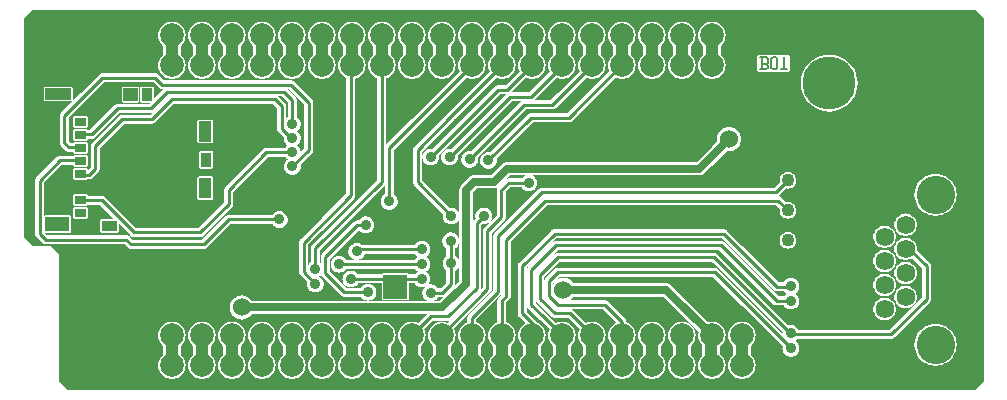
<source format=gbr>
G04 start of page 3 for group 5 idx 5 *
G04 Title: (unknown), bottom *
G04 Creator: pcb 20140316 *
G04 CreationDate: ven. 06 févr. 2015 16:23:15 GMT UTC *
G04 For: clement *
G04 Format: Gerber/RS-274X *
G04 PCB-Dimensions (mil): 3287.40 1358.27 *
G04 PCB-Coordinate-Origin: lower left *
%MOIN*%
%FSLAX25Y25*%
%LNBOTTOM*%
%ADD71C,0.0350*%
%ADD70C,0.0217*%
%ADD69C,0.1181*%
%ADD68C,0.1378*%
%ADD67C,0.0354*%
%ADD66C,0.0350*%
%ADD65C,0.0200*%
%ADD64C,0.0600*%
%ADD63C,0.0360*%
%ADD62R,0.0406X0.0406*%
%ADD61R,0.0354X0.0354*%
%ADD60R,0.0413X0.0413*%
%ADD59R,0.0374X0.0374*%
%ADD58R,0.0469X0.0469*%
%ADD57R,0.0276X0.0276*%
%ADD56R,0.0346X0.0346*%
%ADD55C,0.1280*%
%ADD54C,0.0626*%
%ADD53C,0.0433*%
%ADD52C,0.1575*%
%ADD51C,0.1772*%
%ADD50C,0.0787*%
%ADD49C,0.0060*%
%ADD48C,0.0400*%
%ADD47C,0.0250*%
%ADD46C,0.0100*%
%ADD45C,0.0001*%
G54D45*G36*
X296097Y47322D02*X296102Y47322D01*
X296688Y47368D01*
X297259Y47505D01*
X297801Y47729D01*
X298281Y48023D01*
X301650Y44654D01*
Y35070D01*
X296097Y29517D01*
Y31259D01*
X296102Y31259D01*
X296688Y31305D01*
X297259Y31442D01*
X297801Y31666D01*
X298302Y31973D01*
X298748Y32354D01*
X299129Y32801D01*
X299436Y33301D01*
X299661Y33844D01*
X299798Y34415D01*
X299832Y35000D01*
X299798Y35585D01*
X299661Y36156D01*
X299436Y36699D01*
X299129Y37199D01*
X298748Y37646D01*
X298302Y38027D01*
X297801Y38334D01*
X297259Y38558D01*
X296688Y38695D01*
X296102Y38741D01*
X296097Y38741D01*
Y39291D01*
X296102Y39290D01*
X296688Y39336D01*
X297259Y39473D01*
X297801Y39698D01*
X298302Y40005D01*
X298748Y40386D01*
X299129Y40832D01*
X299436Y41333D01*
X299661Y41875D01*
X299798Y42446D01*
X299832Y43031D01*
X299798Y43617D01*
X299661Y44188D01*
X299436Y44730D01*
X299129Y45231D01*
X298748Y45677D01*
X298302Y46058D01*
X297801Y46365D01*
X297259Y46590D01*
X296688Y46727D01*
X296102Y46773D01*
X296097Y46772D01*
Y47322D01*
G37*
G36*
X306092Y130807D02*X319193D01*
X322146Y127854D01*
Y6791D01*
X319193Y3839D01*
X306092D01*
Y12076D01*
X306102Y12075D01*
X307200Y12162D01*
X308271Y12419D01*
X309289Y12840D01*
X310228Y13416D01*
X311066Y14131D01*
X311781Y14969D01*
X312357Y15908D01*
X312778Y16925D01*
X313035Y17996D01*
X313100Y19094D01*
X313035Y20193D01*
X312778Y21264D01*
X312357Y22281D01*
X311781Y23220D01*
X311066Y24058D01*
X310228Y24773D01*
X309289Y25349D01*
X308271Y25770D01*
X307200Y26027D01*
X306102Y26114D01*
X306092Y26113D01*
Y62076D01*
X306102Y62075D01*
X307200Y62162D01*
X308271Y62419D01*
X309289Y62840D01*
X310228Y63416D01*
X311066Y64131D01*
X311781Y64969D01*
X312357Y65908D01*
X312778Y66925D01*
X313035Y67996D01*
X313100Y69094D01*
X313035Y70193D01*
X312778Y71264D01*
X312357Y72281D01*
X311781Y73220D01*
X311066Y74058D01*
X310228Y74773D01*
X309289Y75349D01*
X308271Y75770D01*
X307200Y76027D01*
X306102Y76114D01*
X306092Y76113D01*
Y130807D01*
G37*
G36*
X296097D02*X306092D01*
Y76113D01*
X305004Y76027D01*
X303933Y75770D01*
X302916Y75349D01*
X301977Y74773D01*
X301139Y74058D01*
X300424Y73220D01*
X299848Y72281D01*
X299427Y71264D01*
X299170Y70193D01*
X299083Y69094D01*
X299170Y67996D01*
X299427Y66925D01*
X299848Y65908D01*
X300424Y64969D01*
X301139Y64131D01*
X301977Y63416D01*
X302916Y62840D01*
X303933Y62419D01*
X305004Y62162D01*
X306092Y62076D01*
Y26113D01*
X305004Y26027D01*
X303933Y25770D01*
X302916Y25349D01*
X301977Y24773D01*
X301139Y24058D01*
X300424Y23220D01*
X299848Y22281D01*
X299427Y21264D01*
X299170Y20193D01*
X299083Y19094D01*
X299170Y17996D01*
X299427Y16925D01*
X299848Y15908D01*
X300424Y14969D01*
X301139Y14131D01*
X301977Y13416D01*
X302916Y12840D01*
X303933Y12419D01*
X305004Y12162D01*
X306092Y12076D01*
Y3839D01*
X296097D01*
Y25275D01*
X304169Y33347D01*
X304214Y33385D01*
X304367Y33564D01*
X304367Y33564D01*
X304490Y33766D01*
X304581Y33984D01*
X304636Y34213D01*
X304654Y34449D01*
X304650Y34508D01*
Y45217D01*
X304654Y45276D01*
X304636Y45511D01*
X304636Y45511D01*
X304581Y45741D01*
X304490Y45959D01*
X304367Y46160D01*
X304214Y46340D01*
X304169Y46378D01*
X299813Y50734D01*
X299832Y51063D01*
X299798Y51648D01*
X299661Y52219D01*
X299436Y52762D01*
X299129Y53262D01*
X298748Y53709D01*
X298302Y54090D01*
X297801Y54397D01*
X297259Y54621D01*
X296688Y54758D01*
X296102Y54804D01*
X296097Y54804D01*
Y55354D01*
X296102Y55353D01*
X296688Y55399D01*
X297259Y55536D01*
X297801Y55761D01*
X298302Y56068D01*
X298748Y56449D01*
X299129Y56895D01*
X299436Y57396D01*
X299661Y57938D01*
X299798Y58509D01*
X299832Y59094D01*
X299798Y59680D01*
X299661Y60251D01*
X299436Y60793D01*
X299129Y61294D01*
X298748Y61740D01*
X298302Y62121D01*
X297801Y62428D01*
X297259Y62653D01*
X296688Y62790D01*
X296102Y62836D01*
X296097Y62835D01*
Y130807D01*
G37*
G36*
Y3839D02*X270655D01*
Y21138D01*
X291280D01*
X291339Y21133D01*
X291574Y21152D01*
X291574Y21152D01*
X291804Y21207D01*
X292022Y21297D01*
X292223Y21421D01*
X292403Y21574D01*
X292441Y21619D01*
X296097Y25275D01*
Y3839D01*
G37*
G36*
X289089Y130807D02*X296097D01*
Y62835D01*
X295517Y62790D01*
X294946Y62653D01*
X294404Y62428D01*
X293903Y62121D01*
X293457Y61740D01*
X293075Y61294D01*
X292769Y60793D01*
X292544Y60251D01*
X292407Y59680D01*
X292361Y59094D01*
X292407Y58509D01*
X292544Y57938D01*
X292769Y57396D01*
X293075Y56895D01*
X293457Y56449D01*
X293903Y56068D01*
X294404Y55761D01*
X294946Y55536D01*
X295517Y55399D01*
X296097Y55354D01*
Y54804D01*
X295517Y54758D01*
X294946Y54621D01*
X294404Y54397D01*
X293903Y54090D01*
X293457Y53709D01*
X293075Y53262D01*
X292769Y52762D01*
X292544Y52219D01*
X292407Y51648D01*
X292361Y51063D01*
X292407Y50478D01*
X292544Y49907D01*
X292769Y49364D01*
X293075Y48864D01*
X293457Y48417D01*
X293903Y48036D01*
X294404Y47729D01*
X294946Y47505D01*
X295517Y47368D01*
X296097Y47322D01*
Y46772D01*
X295517Y46727D01*
X294946Y46590D01*
X294404Y46365D01*
X293903Y46058D01*
X293457Y45677D01*
X293075Y45231D01*
X292769Y44730D01*
X292544Y44188D01*
X292407Y43617D01*
X292361Y43031D01*
X292407Y42446D01*
X292544Y41875D01*
X292769Y41333D01*
X293075Y40832D01*
X293457Y40386D01*
X293903Y40005D01*
X294404Y39698D01*
X294946Y39473D01*
X295517Y39336D01*
X296097Y39291D01*
Y38741D01*
X295517Y38695D01*
X294946Y38558D01*
X294404Y38334D01*
X293903Y38027D01*
X293457Y37646D01*
X293075Y37199D01*
X292769Y36699D01*
X292544Y36156D01*
X292407Y35585D01*
X292361Y35000D01*
X292407Y34415D01*
X292544Y33844D01*
X292769Y33301D01*
X293075Y32801D01*
X293457Y32354D01*
X293903Y31973D01*
X294404Y31666D01*
X294946Y31442D01*
X295517Y31305D01*
X296097Y31259D01*
Y29517D01*
X290717Y24138D01*
X289089D01*
Y27243D01*
X289094Y27243D01*
X289680Y27289D01*
X290251Y27426D01*
X290793Y27651D01*
X291294Y27957D01*
X291740Y28339D01*
X292121Y28785D01*
X292428Y29286D01*
X292653Y29828D01*
X292790Y30399D01*
X292824Y30984D01*
X292790Y31570D01*
X292653Y32140D01*
X292428Y32683D01*
X292121Y33183D01*
X291740Y33630D01*
X291294Y34011D01*
X290793Y34318D01*
X290251Y34543D01*
X289680Y34680D01*
X289094Y34726D01*
X289089Y34725D01*
Y35275D01*
X289094Y35274D01*
X289680Y35320D01*
X290251Y35457D01*
X290793Y35682D01*
X291294Y35989D01*
X291740Y36370D01*
X292121Y36817D01*
X292428Y37317D01*
X292653Y37860D01*
X292790Y38430D01*
X292824Y39016D01*
X292790Y39601D01*
X292653Y40172D01*
X292428Y40714D01*
X292121Y41215D01*
X291740Y41661D01*
X291294Y42043D01*
X290793Y42349D01*
X290251Y42574D01*
X289680Y42711D01*
X289094Y42757D01*
X289089Y42757D01*
Y43306D01*
X289094Y43306D01*
X289680Y43352D01*
X290251Y43489D01*
X290793Y43714D01*
X291294Y44020D01*
X291740Y44402D01*
X292121Y44848D01*
X292428Y45349D01*
X292653Y45891D01*
X292790Y46462D01*
X292824Y47047D01*
X292790Y47633D01*
X292653Y48203D01*
X292428Y48746D01*
X292121Y49246D01*
X291740Y49693D01*
X291294Y50074D01*
X290793Y50381D01*
X290251Y50606D01*
X289680Y50743D01*
X289094Y50789D01*
X289089Y50788D01*
Y51338D01*
X289094Y51337D01*
X289680Y51383D01*
X290251Y51520D01*
X290793Y51745D01*
X291294Y52052D01*
X291740Y52433D01*
X292121Y52880D01*
X292428Y53380D01*
X292653Y53923D01*
X292790Y54493D01*
X292824Y55079D01*
X292790Y55664D01*
X292653Y56235D01*
X292428Y56777D01*
X292121Y57278D01*
X291740Y57724D01*
X291294Y58106D01*
X290793Y58412D01*
X290251Y58637D01*
X289680Y58774D01*
X289094Y58820D01*
X289089Y58820D01*
Y130807D01*
G37*
G36*
X270655D02*X289089D01*
Y58820D01*
X288509Y58774D01*
X287938Y58637D01*
X287396Y58412D01*
X286895Y58106D01*
X286449Y57724D01*
X286068Y57278D01*
X285761Y56777D01*
X285536Y56235D01*
X285399Y55664D01*
X285353Y55079D01*
X285399Y54493D01*
X285536Y53923D01*
X285761Y53380D01*
X286068Y52880D01*
X286449Y52433D01*
X286895Y52052D01*
X287396Y51745D01*
X287938Y51520D01*
X288509Y51383D01*
X289089Y51338D01*
Y50788D01*
X288509Y50743D01*
X287938Y50606D01*
X287396Y50381D01*
X286895Y50074D01*
X286449Y49693D01*
X286068Y49246D01*
X285761Y48746D01*
X285536Y48203D01*
X285399Y47633D01*
X285353Y47047D01*
X285399Y46462D01*
X285536Y45891D01*
X285761Y45349D01*
X286068Y44848D01*
X286449Y44402D01*
X286895Y44020D01*
X287396Y43714D01*
X287938Y43489D01*
X288509Y43352D01*
X289089Y43306D01*
Y42757D01*
X288509Y42711D01*
X287938Y42574D01*
X287396Y42349D01*
X286895Y42043D01*
X286449Y41661D01*
X286068Y41215D01*
X285761Y40714D01*
X285536Y40172D01*
X285399Y39601D01*
X285353Y39016D01*
X285399Y38430D01*
X285536Y37860D01*
X285761Y37317D01*
X286068Y36817D01*
X286449Y36370D01*
X286895Y35989D01*
X287396Y35682D01*
X287938Y35457D01*
X288509Y35320D01*
X289089Y35275D01*
Y34725D01*
X288509Y34680D01*
X287938Y34543D01*
X287396Y34318D01*
X286895Y34011D01*
X286449Y33630D01*
X286068Y33183D01*
X285761Y32683D01*
X285536Y32140D01*
X285399Y31570D01*
X285353Y30984D01*
X285399Y30399D01*
X285536Y29828D01*
X285761Y29286D01*
X286068Y28785D01*
X286449Y28339D01*
X286895Y27957D01*
X287396Y27651D01*
X287938Y27426D01*
X288509Y27289D01*
X289089Y27243D01*
Y24138D01*
X270655D01*
Y96813D01*
X270669Y96812D01*
X272153Y96929D01*
X273601Y97276D01*
X274976Y97846D01*
X276246Y98624D01*
X277378Y99591D01*
X278345Y100723D01*
X279123Y101992D01*
X279692Y103367D01*
X280040Y104815D01*
X280128Y106299D01*
X280040Y107783D01*
X279692Y109231D01*
X279123Y110606D01*
X278345Y111876D01*
X277378Y113008D01*
X276246Y113975D01*
X274976Y114753D01*
X273601Y115322D01*
X272153Y115670D01*
X270669Y115787D01*
X270655Y115786D01*
Y130807D01*
G37*
G36*
Y3839D02*X241568D01*
Y7654D01*
X241575Y7654D01*
X242287Y7710D01*
X242981Y7876D01*
X243641Y8150D01*
X244250Y8523D01*
X244793Y8987D01*
X245257Y9530D01*
X245630Y10139D01*
X245903Y10798D01*
X246070Y11493D01*
X246112Y12205D01*
X246070Y12917D01*
X245903Y13611D01*
X245630Y14271D01*
X245257Y14880D01*
X244793Y15423D01*
X244575Y15609D01*
Y18800D01*
X244793Y18987D01*
X245257Y19530D01*
X245630Y20139D01*
X245903Y20798D01*
X246070Y21493D01*
X246112Y22205D01*
X246070Y22917D01*
X245903Y23611D01*
X245630Y24271D01*
X245257Y24880D01*
X244793Y25423D01*
X244250Y25887D01*
X243641Y26260D01*
X242981Y26533D01*
X242287Y26700D01*
X241575Y26756D01*
X241568Y26755D01*
Y32098D01*
X255141Y18525D01*
X255100Y18353D01*
X255065Y17913D01*
X255100Y17474D01*
X255203Y17045D01*
X255372Y16638D01*
X255602Y16263D01*
X255888Y15927D01*
X256223Y15641D01*
X256599Y15411D01*
X257006Y15242D01*
X257435Y15139D01*
X257874Y15105D01*
X258313Y15139D01*
X258742Y15242D01*
X259149Y15411D01*
X259525Y15641D01*
X259860Y15927D01*
X260146Y16263D01*
X260377Y16638D01*
X260545Y17045D01*
X260648Y17474D01*
X260674Y17913D01*
X260648Y18353D01*
X260545Y18781D01*
X260377Y19188D01*
X260146Y19564D01*
X259860Y19899D01*
X259525Y20186D01*
X259217Y20374D01*
X259525Y20562D01*
X259860Y20849D01*
X260107Y21138D01*
X270655D01*
Y3839D01*
G37*
G36*
X256886Y130807D02*X270655D01*
Y115786D01*
X269185Y115670D01*
X267738Y115322D01*
X266362Y114753D01*
X265093Y113975D01*
X263961Y113008D01*
X262994Y111876D01*
X262216Y110606D01*
X261646Y109231D01*
X261299Y107783D01*
X261182Y106299D01*
X261299Y104815D01*
X261646Y103367D01*
X262216Y101992D01*
X262994Y100723D01*
X263961Y99591D01*
X265093Y98624D01*
X266362Y97846D01*
X267738Y97276D01*
X269185Y96929D01*
X270655Y96813D01*
Y24138D01*
X260359D01*
X260146Y24486D01*
X259860Y24821D01*
X259525Y25107D01*
X259149Y25337D01*
X258742Y25506D01*
X258313Y25609D01*
X257874Y25643D01*
X257435Y25609D01*
X257104Y25529D01*
X256886Y25748D01*
Y31040D01*
X257006Y30990D01*
X257435Y30887D01*
X257874Y30853D01*
X258313Y30887D01*
X258742Y30990D01*
X259149Y31159D01*
X259525Y31389D01*
X259860Y31675D01*
X260146Y32011D01*
X260377Y32386D01*
X260545Y32794D01*
X260648Y33222D01*
X260674Y33661D01*
X260648Y34101D01*
X260545Y34529D01*
X260377Y34937D01*
X260146Y35312D01*
X259860Y35647D01*
X259525Y35934D01*
X259217Y36122D01*
X259525Y36310D01*
X259860Y36597D01*
X260146Y36932D01*
X260377Y37308D01*
X260545Y37715D01*
X260648Y38143D01*
X260674Y38583D01*
X260648Y39022D01*
X260545Y39451D01*
X260377Y39858D01*
X260146Y40234D01*
X259860Y40569D01*
X259525Y40855D01*
X259149Y41085D01*
X258742Y41254D01*
X258313Y41357D01*
X257874Y41391D01*
X257435Y41357D01*
X257006Y41254D01*
X256886Y41204D01*
Y51124D01*
X256890Y51124D01*
X257324Y51158D01*
X257747Y51260D01*
X258149Y51426D01*
X258520Y51654D01*
X258851Y51936D01*
X259134Y52267D01*
X259361Y52638D01*
X259528Y53040D01*
X259629Y53464D01*
X259655Y53898D01*
X259629Y54332D01*
X259528Y54755D01*
X259361Y55157D01*
X259134Y55528D01*
X258851Y55859D01*
X258520Y56142D01*
X258149Y56369D01*
X257747Y56536D01*
X257324Y56637D01*
X256890Y56672D01*
X256886Y56671D01*
Y61124D01*
X256890Y61124D01*
X257324Y61158D01*
X257747Y61260D01*
X258149Y61426D01*
X258520Y61654D01*
X258851Y61936D01*
X259134Y62267D01*
X259361Y62638D01*
X259528Y63040D01*
X259629Y63464D01*
X259655Y63898D01*
X259629Y64332D01*
X259528Y64755D01*
X259361Y65157D01*
X259134Y65528D01*
X258851Y65859D01*
X258520Y66142D01*
X258149Y66369D01*
X257747Y66536D01*
X257324Y66637D01*
X256890Y66672D01*
X256886Y66671D01*
Y71124D01*
X256890Y71124D01*
X257324Y71158D01*
X257747Y71260D01*
X258149Y71426D01*
X258520Y71654D01*
X258851Y71936D01*
X259134Y72267D01*
X259361Y72638D01*
X259528Y73040D01*
X259629Y73464D01*
X259655Y73898D01*
X259629Y74332D01*
X259528Y74755D01*
X259361Y75157D01*
X259134Y75528D01*
X258851Y75859D01*
X258520Y76142D01*
X258149Y76369D01*
X257747Y76536D01*
X257324Y76637D01*
X256890Y76672D01*
X256886Y76671D01*
Y109948D01*
X256932Y109948D01*
X257024Y109970D01*
X257111Y110006D01*
X257192Y110056D01*
X257263Y110117D01*
X257325Y110189D01*
X257374Y110269D01*
X257410Y110357D01*
X257432Y110448D01*
X257438Y110543D01*
X257432Y115237D01*
X257410Y115329D01*
X257374Y115416D01*
X257325Y115496D01*
X257263Y115568D01*
X257192Y115629D01*
X257111Y115679D01*
X257024Y115715D01*
X256932Y115737D01*
X256886Y115740D01*
Y130807D01*
G37*
G36*
Y66671D02*X256456Y66637D01*
X256307Y66602D01*
X254764Y68145D01*
X254725Y68190D01*
X254546Y68343D01*
X254345Y68467D01*
X254126Y68557D01*
X253897Y68612D01*
X253897Y68612D01*
X253698Y68628D01*
X253758Y68665D01*
X253938Y68818D01*
X253976Y68863D01*
X256307Y71194D01*
X256456Y71158D01*
X256886Y71124D01*
Y66671D01*
G37*
G36*
Y41204D02*X256599Y41085D01*
X256223Y40855D01*
X255888Y40569D01*
X255602Y40234D01*
X255389Y39886D01*
X253771D01*
X241568Y52089D01*
Y65626D01*
X253040D01*
X254186Y64480D01*
X254150Y64332D01*
X254116Y63898D01*
X254150Y63464D01*
X254252Y63040D01*
X254418Y62638D01*
X254646Y62267D01*
X254928Y61936D01*
X255259Y61654D01*
X255630Y61426D01*
X256033Y61260D01*
X256456Y61158D01*
X256886Y61124D01*
Y56671D01*
X256456Y56637D01*
X256033Y56536D01*
X255630Y56369D01*
X255259Y56142D01*
X254928Y55859D01*
X254646Y55528D01*
X254418Y55157D01*
X254252Y54755D01*
X254150Y54332D01*
X254116Y53898D01*
X254150Y53464D01*
X254252Y53040D01*
X254418Y52638D01*
X254646Y52267D01*
X254928Y51936D01*
X255259Y51654D01*
X255630Y51426D01*
X256033Y51260D01*
X256456Y51158D01*
X256886Y51124D01*
Y41204D01*
G37*
G36*
Y25748D02*X241568Y41065D01*
Y43122D01*
X252047Y32642D01*
X252086Y32597D01*
X252265Y32444D01*
X252467Y32321D01*
X252685Y32230D01*
X252914Y32175D01*
X253150Y32157D01*
X253208Y32161D01*
X255509D01*
X255602Y32011D01*
X255888Y31675D01*
X256223Y31389D01*
X256599Y31159D01*
X256886Y31040D01*
Y25748D01*
G37*
G36*
X241568Y130807D02*X256886D01*
Y115740D01*
X256838Y115743D01*
X247244Y115737D01*
X247152Y115715D01*
X247065Y115679D01*
X246984Y115629D01*
X246912Y115568D01*
X246851Y115496D01*
X246802Y115416D01*
X246765Y115329D01*
X246743Y115237D01*
X246738Y115143D01*
X246743Y110448D01*
X246765Y110357D01*
X246802Y110269D01*
X246851Y110189D01*
X246912Y110117D01*
X246984Y110056D01*
X247065Y110006D01*
X247152Y109970D01*
X247244Y109948D01*
X247338Y109943D01*
X256886Y109948D01*
Y76671D01*
X256456Y76637D01*
X256033Y76536D01*
X255630Y76369D01*
X255259Y76142D01*
X254928Y75859D01*
X254646Y75528D01*
X254418Y75157D01*
X254252Y74755D01*
X254150Y74332D01*
X254116Y73898D01*
X254150Y73464D01*
X254186Y73315D01*
X252253Y71382D01*
X241568D01*
Y130807D01*
G37*
G36*
Y52089D02*X236535Y57121D01*
X236497Y57166D01*
X236317Y57320D01*
X236116Y57443D01*
X235898Y57533D01*
X235668Y57588D01*
X235668Y57588D01*
X235433Y57607D01*
X235374Y57602D01*
X221568D01*
Y65626D01*
X241568D01*
Y52089D01*
G37*
G36*
Y41065D02*X233386Y49247D01*
X233347Y49292D01*
X233168Y49446D01*
X232967Y49569D01*
X232748Y49659D01*
X232519Y49714D01*
X232519Y49714D01*
X232283Y49733D01*
X232225Y49728D01*
X221568D01*
Y50665D01*
X234024D01*
X241568Y43122D01*
Y41065D01*
G37*
G36*
Y3839D02*X221568D01*
Y7654D01*
X221575Y7654D01*
X222287Y7710D01*
X222981Y7876D01*
X223641Y8150D01*
X224250Y8523D01*
X224793Y8987D01*
X225257Y9530D01*
X225630Y10139D01*
X225903Y10798D01*
X226070Y11493D01*
X226112Y12205D01*
X226070Y12917D01*
X225903Y13611D01*
X225630Y14271D01*
X225257Y14880D01*
X224793Y15423D01*
X224575Y15609D01*
Y18800D01*
X224793Y18987D01*
X225257Y19530D01*
X225630Y20139D01*
X225903Y20798D01*
X226070Y21493D01*
X226112Y22205D01*
X226070Y22917D01*
X225903Y23611D01*
X225630Y24271D01*
X225257Y24880D01*
X224793Y25423D01*
X224250Y25887D01*
X223641Y26260D01*
X222981Y26533D01*
X222287Y26700D01*
X221575Y26756D01*
X221568Y26755D01*
Y29030D01*
X227196Y23401D01*
X227080Y22917D01*
X227024Y22205D01*
X227080Y21493D01*
X227247Y20798D01*
X227520Y20139D01*
X227893Y19530D01*
X228299Y19054D01*
Y15355D01*
X227893Y14880D01*
X227520Y14271D01*
X227247Y13611D01*
X227080Y12917D01*
X227024Y12205D01*
X227080Y11493D01*
X227247Y10798D01*
X227520Y10139D01*
X227893Y9530D01*
X228357Y8987D01*
X228900Y8523D01*
X229509Y8150D01*
X230168Y7876D01*
X230863Y7710D01*
X231575Y7654D01*
X232287Y7710D01*
X232981Y7876D01*
X233641Y8150D01*
X234250Y8523D01*
X234793Y8987D01*
X235257Y9530D01*
X235630Y10139D01*
X235903Y10798D01*
X236070Y11493D01*
X236112Y12205D01*
X236070Y12917D01*
X235903Y13611D01*
X235630Y14271D01*
X235257Y14880D01*
X234793Y15423D01*
X234299Y15844D01*
Y18565D01*
X234793Y18987D01*
X235257Y19530D01*
X235630Y20139D01*
X235903Y20798D01*
X236070Y21493D01*
X236112Y22205D01*
X236070Y22917D01*
X235903Y23611D01*
X235630Y24271D01*
X235257Y24880D01*
X234793Y25423D01*
X234250Y25887D01*
X233641Y26260D01*
X232981Y26533D01*
X232287Y26700D01*
X231575Y26756D01*
X230863Y26700D01*
X230378Y26583D01*
X221568Y35394D01*
Y41807D01*
X231859D01*
X241568Y32098D01*
Y26755D01*
X240863Y26700D01*
X240168Y26533D01*
X239509Y26260D01*
X238900Y25887D01*
X238357Y25423D01*
X237893Y24880D01*
X237520Y24271D01*
X237247Y23611D01*
X237080Y22917D01*
X237024Y22205D01*
X237080Y21493D01*
X237247Y20798D01*
X237520Y20139D01*
X237893Y19530D01*
X238357Y18987D01*
X238575Y18800D01*
Y15609D01*
X238357Y15423D01*
X237893Y14880D01*
X237520Y14271D01*
X237247Y13611D01*
X237080Y12917D01*
X237024Y12205D01*
X237080Y11493D01*
X237247Y10798D01*
X237520Y10139D01*
X237893Y9530D01*
X238357Y8987D01*
X238900Y8523D01*
X239509Y8150D01*
X240168Y7876D01*
X240863Y7710D01*
X241568Y7654D01*
Y3839D01*
G37*
G36*
X231568Y130807D02*X241568D01*
Y71382D01*
X231568D01*
Y78780D01*
X236453Y83665D01*
X236577Y83635D01*
X237205Y83586D01*
X237832Y83635D01*
X238445Y83782D01*
X239026Y84023D01*
X239563Y84352D01*
X240042Y84761D01*
X240451Y85240D01*
X240780Y85777D01*
X241021Y86359D01*
X241168Y86971D01*
X241205Y87598D01*
X241168Y88226D01*
X241021Y88838D01*
X240780Y89420D01*
X240451Y89957D01*
X240042Y90436D01*
X239563Y90844D01*
X239026Y91173D01*
X238445Y91414D01*
X237832Y91561D01*
X237205Y91611D01*
X236577Y91561D01*
X235965Y91414D01*
X235383Y91173D01*
X234846Y90844D01*
X234368Y90436D01*
X233959Y89957D01*
X233630Y89420D01*
X233389Y88838D01*
X233242Y88226D01*
X233192Y87598D01*
X233242Y86971D01*
X233271Y86847D01*
X231568Y85143D01*
Y107654D01*
X231575Y107654D01*
X232287Y107710D01*
X232981Y107876D01*
X233641Y108150D01*
X234250Y108523D01*
X234793Y108987D01*
X235257Y109530D01*
X235630Y110139D01*
X235903Y110798D01*
X236070Y111493D01*
X236112Y112205D01*
X236070Y112917D01*
X235903Y113611D01*
X235630Y114271D01*
X235257Y114880D01*
X234793Y115423D01*
X234575Y115609D01*
Y118800D01*
X234793Y118987D01*
X235257Y119530D01*
X235630Y120139D01*
X235903Y120798D01*
X236070Y121493D01*
X236112Y122205D01*
X236070Y122917D01*
X235903Y123611D01*
X235630Y124271D01*
X235257Y124880D01*
X234793Y125423D01*
X234250Y125887D01*
X233641Y126260D01*
X232981Y126533D01*
X232287Y126700D01*
X231575Y126756D01*
X231568Y126755D01*
Y130807D01*
G37*
G36*
Y71382D02*X221568D01*
Y75506D01*
X227274D01*
X227362Y75499D01*
X227715Y75527D01*
X227715Y75527D01*
X228060Y75609D01*
X228387Y75745D01*
X228689Y75930D01*
X228958Y76160D01*
X229016Y76227D01*
X231568Y78780D01*
Y71382D01*
G37*
G36*
X221568Y130807D02*X231568D01*
Y126755D01*
X230863Y126700D01*
X230168Y126533D01*
X229509Y126260D01*
X228900Y125887D01*
X228357Y125423D01*
X227893Y124880D01*
X227520Y124271D01*
X227247Y123611D01*
X227080Y122917D01*
X227024Y122205D01*
X227080Y121493D01*
X227247Y120798D01*
X227520Y120139D01*
X227893Y119530D01*
X228357Y118987D01*
X228575Y118800D01*
Y115609D01*
X228357Y115423D01*
X227893Y114880D01*
X227520Y114271D01*
X227247Y113611D01*
X227080Y112917D01*
X227024Y112205D01*
X227080Y111493D01*
X227247Y110798D01*
X227520Y110139D01*
X227893Y109530D01*
X228357Y108987D01*
X228900Y108523D01*
X229509Y108150D01*
X230168Y107876D01*
X230863Y107710D01*
X231568Y107654D01*
Y85143D01*
X226430Y80006D01*
X221568D01*
Y107654D01*
X221575Y107654D01*
X222287Y107710D01*
X222981Y107876D01*
X223641Y108150D01*
X224250Y108523D01*
X224793Y108987D01*
X225257Y109530D01*
X225630Y110139D01*
X225903Y110798D01*
X226070Y111493D01*
X226112Y112205D01*
X226070Y112917D01*
X225903Y113611D01*
X225630Y114271D01*
X225257Y114880D01*
X224793Y115423D01*
X224575Y115609D01*
Y118800D01*
X224793Y118987D01*
X225257Y119530D01*
X225630Y120139D01*
X225903Y120798D01*
X226070Y121493D01*
X226112Y122205D01*
X226070Y122917D01*
X225903Y123611D01*
X225630Y124271D01*
X225257Y124880D01*
X224793Y125423D01*
X224250Y125887D01*
X223641Y126260D01*
X222981Y126533D01*
X222287Y126700D01*
X221575Y126756D01*
X221568Y126755D01*
Y130807D01*
G37*
G36*
Y71382D02*X211568D01*
Y75506D01*
X221568D01*
Y71382D01*
G37*
G36*
Y57602D02*X211568D01*
Y65626D01*
X221568D01*
Y57602D01*
G37*
G36*
Y49728D02*X211568D01*
Y50665D01*
X221568D01*
Y49728D01*
G37*
G36*
Y35394D02*X218031Y38930D01*
X217974Y38997D01*
X217705Y39227D01*
X217403Y39413D01*
X217075Y39548D01*
X216731Y39631D01*
X216731Y39631D01*
X216378Y39659D01*
X216290Y39652D01*
X211568D01*
Y41807D01*
X221568D01*
Y35394D01*
G37*
G36*
Y3839D02*X211568D01*
Y7654D01*
X211575Y7654D01*
X212287Y7710D01*
X212981Y7876D01*
X213641Y8150D01*
X214250Y8523D01*
X214793Y8987D01*
X215257Y9530D01*
X215630Y10139D01*
X215903Y10798D01*
X216070Y11493D01*
X216112Y12205D01*
X216070Y12917D01*
X215903Y13611D01*
X215630Y14271D01*
X215257Y14880D01*
X214793Y15423D01*
X214575Y15609D01*
Y18800D01*
X214793Y18987D01*
X215257Y19530D01*
X215630Y20139D01*
X215903Y20798D01*
X216070Y21493D01*
X216112Y22205D01*
X216070Y22917D01*
X215903Y23611D01*
X215630Y24271D01*
X215257Y24880D01*
X214793Y25423D01*
X214250Y25887D01*
X213641Y26260D01*
X212981Y26533D01*
X212287Y26700D01*
X211575Y26756D01*
X211568Y26755D01*
Y35152D01*
X215446D01*
X221568Y29030D01*
Y26755D01*
X220863Y26700D01*
X220168Y26533D01*
X219509Y26260D01*
X218900Y25887D01*
X218357Y25423D01*
X217893Y24880D01*
X217520Y24271D01*
X217247Y23611D01*
X217080Y22917D01*
X217024Y22205D01*
X217080Y21493D01*
X217247Y20798D01*
X217520Y20139D01*
X217893Y19530D01*
X218357Y18987D01*
X218575Y18800D01*
Y15609D01*
X218357Y15423D01*
X217893Y14880D01*
X217520Y14271D01*
X217247Y13611D01*
X217080Y12917D01*
X217024Y12205D01*
X217080Y11493D01*
X217247Y10798D01*
X217520Y10139D01*
X217893Y9530D01*
X218357Y8987D01*
X218900Y8523D01*
X219509Y8150D01*
X220168Y7876D01*
X220863Y7710D01*
X221568Y7654D01*
Y3839D01*
G37*
G36*
X211568Y130807D02*X221568D01*
Y126755D01*
X220863Y126700D01*
X220168Y126533D01*
X219509Y126260D01*
X218900Y125887D01*
X218357Y125423D01*
X217893Y124880D01*
X217520Y124271D01*
X217247Y123611D01*
X217080Y122917D01*
X217024Y122205D01*
X217080Y121493D01*
X217247Y120798D01*
X217520Y120139D01*
X217893Y119530D01*
X218357Y118987D01*
X218575Y118800D01*
Y115609D01*
X218357Y115423D01*
X217893Y114880D01*
X217520Y114271D01*
X217247Y113611D01*
X217080Y112917D01*
X217024Y112205D01*
X217080Y111493D01*
X217247Y110798D01*
X217520Y110139D01*
X217893Y109530D01*
X218357Y108987D01*
X218900Y108523D01*
X219509Y108150D01*
X220168Y107876D01*
X220863Y107710D01*
X221568Y107654D01*
Y80006D01*
X211568D01*
Y107654D01*
X211575Y107654D01*
X212287Y107710D01*
X212981Y107876D01*
X213641Y108150D01*
X214250Y108523D01*
X214793Y108987D01*
X215257Y109530D01*
X215630Y110139D01*
X215903Y110798D01*
X216070Y111493D01*
X216112Y112205D01*
X216070Y112917D01*
X215903Y113611D01*
X215630Y114271D01*
X215257Y114880D01*
X214793Y115423D01*
X214575Y115609D01*
Y118800D01*
X214793Y118987D01*
X215257Y119530D01*
X215630Y120139D01*
X215903Y120798D01*
X216070Y121493D01*
X216112Y122205D01*
X216070Y122917D01*
X215903Y123611D01*
X215630Y124271D01*
X215257Y124880D01*
X214793Y125423D01*
X214250Y125887D01*
X213641Y126260D01*
X212981Y126533D01*
X212287Y126700D01*
X211575Y126756D01*
X211568Y126755D01*
Y130807D01*
G37*
G36*
Y49728D02*X185827D01*
X185827Y49728D01*
X180177D01*
X180118Y49733D01*
X179883Y49714D01*
X179653Y49659D01*
X179435Y49569D01*
X179234Y49446D01*
X179233Y49445D01*
X179054Y49292D01*
X179016Y49247D01*
X173194Y43425D01*
X173149Y43387D01*
X172995Y43207D01*
X172872Y43006D01*
X172782Y42788D01*
X172760Y42697D01*
Y43276D01*
X180149Y50665D01*
X211568D01*
Y49728D01*
G37*
G36*
Y39652D02*X185399D01*
X185333Y39760D01*
X184924Y40239D01*
X184445Y40648D01*
X183908Y40977D01*
X183326Y41218D01*
X182714Y41365D01*
X182087Y41414D01*
X181459Y41365D01*
X180847Y41218D01*
X180265Y40977D01*
X179728Y40648D01*
X179249Y40239D01*
X178841Y39760D01*
X178665Y39474D01*
Y39733D01*
X180739Y41807D01*
X187008D01*
X187008Y41807D01*
X211568D01*
Y39652D01*
G37*
G36*
X71568Y99484D02*X85205D01*
X86689Y98001D01*
Y91200D01*
X86684Y91142D01*
X86703Y90906D01*
X86758Y90677D01*
X86848Y90459D01*
X86972Y90257D01*
X87125Y90078D01*
X87170Y90039D01*
X88945Y88264D01*
X88924Y87992D01*
X88958Y87553D01*
X89061Y87124D01*
X89230Y86717D01*
X89460Y86341D01*
X89746Y86006D01*
X90081Y85720D01*
X90228Y85630D01*
X90081Y85540D01*
X89746Y85254D01*
X89460Y84919D01*
X89368Y84768D01*
X83130D01*
X83071Y84772D01*
X82835Y84754D01*
X82606Y84699D01*
X82388Y84608D01*
X82186Y84485D01*
X82186Y84485D01*
X82007Y84332D01*
X81969Y84287D01*
X71568Y73886D01*
Y99484D01*
G37*
G36*
X121568Y29246D02*X134754D01*
X134843Y29239D01*
X134931Y29246D01*
X136495D01*
X133547Y26298D01*
X132981Y26533D01*
X132287Y26700D01*
X131575Y26756D01*
X130863Y26700D01*
X130168Y26533D01*
X129509Y26260D01*
X128900Y25887D01*
X128357Y25423D01*
X127893Y24880D01*
X127520Y24271D01*
X127247Y23611D01*
X127080Y22917D01*
X127024Y22205D01*
X127080Y21493D01*
X127247Y20798D01*
X127520Y20139D01*
X127893Y19530D01*
X128357Y18987D01*
X128575Y18800D01*
Y15609D01*
X128357Y15423D01*
X127893Y14880D01*
X127520Y14271D01*
X127247Y13611D01*
X127080Y12917D01*
X127024Y12205D01*
X127080Y11493D01*
X127247Y10798D01*
X127520Y10139D01*
X127893Y9530D01*
X128357Y8987D01*
X128900Y8523D01*
X129509Y8150D01*
X130168Y7876D01*
X130863Y7710D01*
X131575Y7654D01*
X132287Y7710D01*
X132981Y7876D01*
X133641Y8150D01*
X134250Y8523D01*
X134793Y8987D01*
X135257Y9530D01*
X135630Y10139D01*
X135903Y10798D01*
X136070Y11493D01*
X136112Y12205D01*
X136070Y12917D01*
X135903Y13611D01*
X135630Y14271D01*
X135257Y14880D01*
X134793Y15423D01*
X134575Y15609D01*
Y18800D01*
X134793Y18987D01*
X135257Y19530D01*
X135630Y20139D01*
X135903Y20798D01*
X136070Y21493D01*
X136112Y22205D01*
X136070Y22917D01*
X135903Y23611D01*
X135669Y24177D01*
X138535Y27043D01*
X143642D01*
X143701Y27039D01*
X143936Y27057D01*
X143936Y27057D01*
X144060Y27087D01*
X143352Y26379D01*
X142981Y26533D01*
X142287Y26700D01*
X141575Y26756D01*
X140863Y26700D01*
X140168Y26533D01*
X139509Y26260D01*
X138900Y25887D01*
X138357Y25423D01*
X137893Y24880D01*
X137520Y24271D01*
X137247Y23611D01*
X137080Y22917D01*
X137024Y22205D01*
X137080Y21493D01*
X137247Y20798D01*
X137520Y20139D01*
X137893Y19530D01*
X138357Y18987D01*
X138575Y18800D01*
Y15609D01*
X138357Y15423D01*
X137893Y14880D01*
X137520Y14271D01*
X137247Y13611D01*
X137080Y12917D01*
X137024Y12205D01*
X137080Y11493D01*
X137247Y10798D01*
X137520Y10139D01*
X137893Y9530D01*
X138357Y8987D01*
X138900Y8523D01*
X139509Y8150D01*
X140168Y7876D01*
X140863Y7710D01*
X141575Y7654D01*
X142287Y7710D01*
X142981Y7876D01*
X143641Y8150D01*
X144250Y8523D01*
X144793Y8987D01*
X145257Y9530D01*
X145630Y10139D01*
X145903Y10798D01*
X146070Y11493D01*
X146112Y12205D01*
X146070Y12917D01*
X145903Y13611D01*
X145630Y14271D01*
X145257Y14880D01*
X144793Y15423D01*
X144575Y15609D01*
Y18800D01*
X144793Y18987D01*
X145257Y19530D01*
X145630Y20139D01*
X145903Y20798D01*
X146070Y21493D01*
X146112Y22205D01*
X146070Y22917D01*
X145903Y23611D01*
X145630Y24271D01*
X145575Y24360D01*
X157712Y36496D01*
X157757Y36534D01*
X157910Y36714D01*
X157910Y36714D01*
X158034Y36915D01*
X158124Y37133D01*
X158179Y37363D01*
X158198Y37598D01*
X158193Y37657D01*
Y56268D01*
X162436Y60512D01*
X162481Y60550D01*
X162634Y60730D01*
X162635Y60730D01*
X162758Y60931D01*
X162848Y61149D01*
X162903Y61379D01*
X162922Y61614D01*
X162917Y61673D01*
Y70048D01*
X164401Y71531D01*
X168108D01*
X168200Y71381D01*
X168486Y71045D01*
X168822Y70759D01*
X169197Y70529D01*
X169605Y70360D01*
X170033Y70257D01*
X170472Y70223D01*
X170912Y70257D01*
X171340Y70360D01*
X171748Y70529D01*
X172123Y70759D01*
X172458Y71045D01*
X172745Y71381D01*
X172975Y71756D01*
X173144Y72164D01*
X173246Y72592D01*
X173272Y73031D01*
X173246Y73471D01*
X173144Y73899D01*
X172975Y74307D01*
X172745Y74682D01*
X172458Y75018D01*
X172123Y75304D01*
X171793Y75506D01*
X211568D01*
Y71382D01*
X174862D01*
X174803Y71387D01*
X174568Y71368D01*
X174338Y71313D01*
X174120Y71223D01*
X173919Y71099D01*
X173919Y71099D01*
X173739Y70946D01*
X173701Y70901D01*
X159217Y56417D01*
X159172Y56379D01*
X159019Y56199D01*
X158896Y55998D01*
X158805Y55780D01*
X158750Y55550D01*
X158750Y55550D01*
X158732Y55315D01*
X158736Y55256D01*
Y37432D01*
X150556Y29252D01*
X150511Y29214D01*
X150358Y29034D01*
X150234Y28833D01*
X150144Y28615D01*
X150089Y28385D01*
X150089Y28385D01*
X150070Y28150D01*
X150075Y28091D01*
Y26494D01*
X149509Y26260D01*
X148900Y25887D01*
X148357Y25423D01*
X147893Y24880D01*
X147520Y24271D01*
X147247Y23611D01*
X147080Y22917D01*
X147024Y22205D01*
X147080Y21493D01*
X147247Y20798D01*
X147520Y20139D01*
X147893Y19530D01*
X148357Y18987D01*
X148575Y18800D01*
Y15609D01*
X148357Y15423D01*
X147893Y14880D01*
X147520Y14271D01*
X147247Y13611D01*
X147080Y12917D01*
X147024Y12205D01*
X147080Y11493D01*
X147247Y10798D01*
X147520Y10139D01*
X147893Y9530D01*
X148357Y8987D01*
X148900Y8523D01*
X149509Y8150D01*
X150168Y7876D01*
X150863Y7710D01*
X151575Y7654D01*
X152287Y7710D01*
X152981Y7876D01*
X153641Y8150D01*
X154250Y8523D01*
X154793Y8987D01*
X155257Y9530D01*
X155630Y10139D01*
X155903Y10798D01*
X156070Y11493D01*
X156112Y12205D01*
X156070Y12917D01*
X155903Y13611D01*
X155630Y14271D01*
X155257Y14880D01*
X154793Y15423D01*
X154575Y15609D01*
Y18800D01*
X154793Y18987D01*
X155257Y19530D01*
X155630Y20139D01*
X155903Y20798D01*
X156070Y21493D01*
X156112Y22205D01*
X156070Y22917D01*
X155903Y23611D01*
X155630Y24271D01*
X155257Y24880D01*
X154793Y25423D01*
X154250Y25887D01*
X153641Y26260D01*
X153075Y26494D01*
Y27528D01*
X161255Y35709D01*
X161300Y35747D01*
X161453Y35926D01*
X161453Y35927D01*
X161492Y35990D01*
Y35858D01*
X160556Y34921D01*
X160511Y34883D01*
X160358Y34703D01*
X160234Y34502D01*
X160144Y34284D01*
X160089Y34054D01*
X160089Y34054D01*
X160070Y33819D01*
X160075Y33760D01*
Y26494D01*
X159509Y26260D01*
X158900Y25887D01*
X158357Y25423D01*
X157893Y24880D01*
X157520Y24271D01*
X157247Y23611D01*
X157080Y22917D01*
X157024Y22205D01*
X157080Y21493D01*
X157247Y20798D01*
X157520Y20139D01*
X157893Y19530D01*
X158357Y18987D01*
X158575Y18800D01*
Y15609D01*
X158357Y15423D01*
X157893Y14880D01*
X157520Y14271D01*
X157247Y13611D01*
X157080Y12917D01*
X157024Y12205D01*
X157080Y11493D01*
X157247Y10798D01*
X157520Y10139D01*
X157893Y9530D01*
X158357Y8987D01*
X158900Y8523D01*
X159509Y8150D01*
X160168Y7876D01*
X160863Y7710D01*
X161575Y7654D01*
X162287Y7710D01*
X162981Y7876D01*
X163641Y8150D01*
X164250Y8523D01*
X164793Y8987D01*
X165257Y9530D01*
X165630Y10139D01*
X165903Y10798D01*
X166070Y11493D01*
X166112Y12205D01*
X166070Y12917D01*
X165903Y13611D01*
X165630Y14271D01*
X165257Y14880D01*
X164793Y15423D01*
X164575Y15609D01*
Y18800D01*
X164793Y18987D01*
X165257Y19530D01*
X165630Y20139D01*
X165903Y20798D01*
X166070Y21493D01*
X166112Y22205D01*
X166070Y22917D01*
X165903Y23611D01*
X165630Y24271D01*
X165257Y24880D01*
X164793Y25423D01*
X164250Y25887D01*
X163641Y26260D01*
X163075Y26494D01*
Y33198D01*
X164011Y34134D01*
X164056Y34172D01*
X164209Y34352D01*
X164209Y34352D01*
X164333Y34553D01*
X164423Y34771D01*
X164478Y35001D01*
X164497Y35236D01*
X164492Y35295D01*
Y53513D01*
X176606Y65626D01*
X211568D01*
Y57602D01*
X179193D01*
X179134Y57607D01*
X178898Y57588D01*
X178669Y57533D01*
X178451Y57443D01*
X178249Y57320D01*
X178249Y57320D01*
X178070Y57166D01*
X178032Y57121D01*
X167288Y46378D01*
X167243Y46340D01*
X167090Y46160D01*
X166966Y45959D01*
X166876Y45741D01*
X166821Y45511D01*
X166821Y45511D01*
X166802Y45276D01*
X166807Y45217D01*
Y29586D01*
X166802Y29528D01*
X166821Y29292D01*
X166876Y29063D01*
X166966Y28844D01*
X167090Y28643D01*
X167243Y28464D01*
X167288Y28425D01*
X169475Y26239D01*
X168900Y25887D01*
X168357Y25423D01*
X167893Y24880D01*
X167520Y24271D01*
X167247Y23611D01*
X167080Y22917D01*
X167024Y22205D01*
X167080Y21493D01*
X167247Y20798D01*
X167520Y20139D01*
X167893Y19530D01*
X168357Y18987D01*
X168575Y18800D01*
Y15609D01*
X168357Y15423D01*
X167893Y14880D01*
X167520Y14271D01*
X167247Y13611D01*
X167080Y12917D01*
X167024Y12205D01*
X167080Y11493D01*
X167247Y10798D01*
X167520Y10139D01*
X167893Y9530D01*
X168357Y8987D01*
X168900Y8523D01*
X169509Y8150D01*
X170168Y7876D01*
X170863Y7710D01*
X171575Y7654D01*
X172287Y7710D01*
X172981Y7876D01*
X173641Y8150D01*
X174250Y8523D01*
X174793Y8987D01*
X175257Y9530D01*
X175630Y10139D01*
X175903Y10798D01*
X176070Y11493D01*
X176112Y12205D01*
X176070Y12917D01*
X175903Y13611D01*
X175630Y14271D01*
X175257Y14880D01*
X174793Y15423D01*
X174575Y15609D01*
Y18800D01*
X174793Y18987D01*
X175257Y19530D01*
X175630Y20139D01*
X175903Y20798D01*
X176070Y21493D01*
X176112Y22205D01*
X176070Y22917D01*
X175903Y23611D01*
X175630Y24271D01*
X175257Y24880D01*
X174793Y25423D01*
X174250Y25887D01*
X173641Y26260D01*
X173577Y26286D01*
X173461Y26475D01*
X173308Y26654D01*
X173263Y26693D01*
X169807Y30149D01*
Y32106D01*
X169829Y32015D01*
X169919Y31797D01*
X170043Y31596D01*
X170196Y31416D01*
X170241Y31378D01*
X174136Y27483D01*
X174312Y27326D01*
X174363Y27295D01*
X177481Y24177D01*
X177247Y23611D01*
X177080Y22917D01*
X177024Y22205D01*
X177080Y21493D01*
X177247Y20798D01*
X177520Y20139D01*
X177893Y19530D01*
X178357Y18987D01*
X178575Y18800D01*
Y15609D01*
X178357Y15423D01*
X177893Y14880D01*
X177520Y14271D01*
X177247Y13611D01*
X177080Y12917D01*
X177024Y12205D01*
X177080Y11493D01*
X177247Y10798D01*
X177520Y10139D01*
X177893Y9530D01*
X178357Y8987D01*
X178900Y8523D01*
X179509Y8150D01*
X180168Y7876D01*
X180863Y7710D01*
X181575Y7654D01*
X182287Y7710D01*
X182981Y7876D01*
X183641Y8150D01*
X184250Y8523D01*
X184793Y8987D01*
X185257Y9530D01*
X185630Y10139D01*
X185903Y10798D01*
X186070Y11493D01*
X186112Y12205D01*
X186070Y12917D01*
X185903Y13611D01*
X185630Y14271D01*
X185257Y14880D01*
X184793Y15423D01*
X184575Y15609D01*
Y18800D01*
X184793Y18987D01*
X185257Y19530D01*
X185630Y20139D01*
X185903Y20798D01*
X186070Y21493D01*
X186112Y22205D01*
X186070Y22917D01*
X185903Y23611D01*
X185630Y24271D01*
X185257Y24880D01*
X184793Y25423D01*
X184250Y25887D01*
X183641Y26260D01*
X182981Y26533D01*
X182287Y26700D01*
X181575Y26756D01*
X180863Y26700D01*
X180168Y26533D01*
X179602Y26298D01*
X176297Y29604D01*
X176121Y29761D01*
X176070Y29792D01*
X172760Y33102D01*
Y34075D01*
X172782Y33984D01*
X172872Y33766D01*
X172995Y33564D01*
X173149Y33385D01*
X173194Y33347D01*
X178032Y28508D01*
X178070Y28464D01*
X178249Y28310D01*
X178249Y28310D01*
X178451Y28187D01*
X178669Y28097D01*
X178898Y28041D01*
X179134Y28023D01*
X179193Y28028D01*
X183631D01*
X187481Y24177D01*
X187247Y23611D01*
X187080Y22917D01*
X187024Y22205D01*
X187080Y21493D01*
X187247Y20798D01*
X187520Y20139D01*
X187893Y19530D01*
X188357Y18987D01*
X188575Y18800D01*
Y15609D01*
X188357Y15423D01*
X187893Y14880D01*
X187520Y14271D01*
X187247Y13611D01*
X187080Y12917D01*
X187024Y12205D01*
X187080Y11493D01*
X187247Y10798D01*
X187520Y10139D01*
X187893Y9530D01*
X188357Y8987D01*
X188900Y8523D01*
X189509Y8150D01*
X190168Y7876D01*
X190863Y7710D01*
X191575Y7654D01*
X192287Y7710D01*
X192981Y7876D01*
X193641Y8150D01*
X194250Y8523D01*
X194793Y8987D01*
X195257Y9530D01*
X195630Y10139D01*
X195903Y10798D01*
X196070Y11493D01*
X196112Y12205D01*
X196070Y12917D01*
X195903Y13611D01*
X195630Y14271D01*
X195257Y14880D01*
X194793Y15423D01*
X194575Y15609D01*
Y18800D01*
X194793Y18987D01*
X195257Y19530D01*
X195630Y20139D01*
X195903Y20798D01*
X196070Y21493D01*
X196112Y22205D01*
X196070Y22917D01*
X195903Y23611D01*
X195630Y24271D01*
X195257Y24880D01*
X194793Y25423D01*
X194250Y25887D01*
X193641Y26260D01*
X192981Y26533D01*
X192287Y26700D01*
X191575Y26756D01*
X190863Y26700D01*
X190168Y26533D01*
X189602Y26298D01*
X185354Y30547D01*
X185316Y30591D01*
X185136Y30745D01*
X184935Y30868D01*
X184717Y30959D01*
X184626Y30980D01*
X195245D01*
X199832Y26393D01*
X199509Y26260D01*
X198900Y25887D01*
X198357Y25423D01*
X197893Y24880D01*
X197520Y24271D01*
X197247Y23611D01*
X197080Y22917D01*
X197024Y22205D01*
X197080Y21493D01*
X197247Y20798D01*
X197520Y20139D01*
X197893Y19530D01*
X198357Y18987D01*
X198575Y18800D01*
Y15609D01*
X198357Y15423D01*
X197893Y14880D01*
X197520Y14271D01*
X197247Y13611D01*
X197080Y12917D01*
X197024Y12205D01*
X197080Y11493D01*
X197247Y10798D01*
X197520Y10139D01*
X197893Y9530D01*
X198357Y8987D01*
X198900Y8523D01*
X199509Y8150D01*
X200168Y7876D01*
X200863Y7710D01*
X201575Y7654D01*
X202287Y7710D01*
X202981Y7876D01*
X203641Y8150D01*
X204250Y8523D01*
X204793Y8987D01*
X205257Y9530D01*
X205630Y10139D01*
X205903Y10798D01*
X206070Y11493D01*
X206112Y12205D01*
X206070Y12917D01*
X205903Y13611D01*
X205630Y14271D01*
X205257Y14880D01*
X204793Y15423D01*
X204575Y15609D01*
Y18800D01*
X204793Y18987D01*
X205257Y19530D01*
X205630Y20139D01*
X205903Y20798D01*
X206070Y21493D01*
X206112Y22205D01*
X206070Y22917D01*
X205903Y23611D01*
X205630Y24271D01*
X205257Y24880D01*
X204793Y25423D01*
X204250Y25887D01*
X203641Y26260D01*
X203075Y26494D01*
Y26713D01*
X203079Y26772D01*
X203061Y27007D01*
X203061Y27007D01*
X203006Y27237D01*
X202915Y27455D01*
X202792Y27656D01*
X202639Y27836D01*
X202594Y27874D01*
X196968Y33499D01*
X196930Y33544D01*
X196751Y33698D01*
X196549Y33821D01*
X196331Y33911D01*
X196102Y33966D01*
X196101Y33966D01*
X195866Y33985D01*
X195807Y33980D01*
X184159D01*
X184445Y34156D01*
X184924Y34564D01*
X185333Y35043D01*
X185399Y35152D01*
X211568D01*
Y26755D01*
X210863Y26700D01*
X210168Y26533D01*
X209509Y26260D01*
X208900Y25887D01*
X208357Y25423D01*
X207893Y24880D01*
X207520Y24271D01*
X207247Y23611D01*
X207080Y22917D01*
X207024Y22205D01*
X207080Y21493D01*
X207247Y20798D01*
X207520Y20139D01*
X207893Y19530D01*
X208357Y18987D01*
X208575Y18800D01*
Y15609D01*
X208357Y15423D01*
X207893Y14880D01*
X207520Y14271D01*
X207247Y13611D01*
X207080Y12917D01*
X207024Y12205D01*
X207080Y11493D01*
X207247Y10798D01*
X207520Y10139D01*
X207893Y9530D01*
X208357Y8987D01*
X208900Y8523D01*
X209509Y8150D01*
X210168Y7876D01*
X210863Y7710D01*
X211568Y7654D01*
Y3839D01*
X121568D01*
Y7654D01*
X121575Y7654D01*
X122287Y7710D01*
X122981Y7876D01*
X123641Y8150D01*
X124250Y8523D01*
X124793Y8987D01*
X125257Y9530D01*
X125630Y10139D01*
X125903Y10798D01*
X126070Y11493D01*
X126112Y12205D01*
X126070Y12917D01*
X125903Y13611D01*
X125630Y14271D01*
X125257Y14880D01*
X124793Y15423D01*
X124575Y15609D01*
Y18800D01*
X124793Y18987D01*
X125257Y19530D01*
X125630Y20139D01*
X125903Y20798D01*
X126070Y21493D01*
X126112Y22205D01*
X126070Y22917D01*
X125903Y23611D01*
X125630Y24271D01*
X125257Y24880D01*
X124793Y25423D01*
X124250Y25887D01*
X123641Y26260D01*
X122981Y26533D01*
X122287Y26700D01*
X121575Y26756D01*
X121568Y26755D01*
Y29246D01*
G37*
G36*
X111568D02*X121568D01*
Y26755D01*
X120863Y26700D01*
X120168Y26533D01*
X119509Y26260D01*
X118900Y25887D01*
X118357Y25423D01*
X117893Y24880D01*
X117520Y24271D01*
X117247Y23611D01*
X117080Y22917D01*
X117024Y22205D01*
X117080Y21493D01*
X117247Y20798D01*
X117520Y20139D01*
X117893Y19530D01*
X118357Y18987D01*
X118575Y18800D01*
Y15609D01*
X118357Y15423D01*
X117893Y14880D01*
X117520Y14271D01*
X117247Y13611D01*
X117080Y12917D01*
X117024Y12205D01*
X117080Y11493D01*
X117247Y10798D01*
X117520Y10139D01*
X117893Y9530D01*
X118357Y8987D01*
X118900Y8523D01*
X119509Y8150D01*
X120168Y7876D01*
X120863Y7710D01*
X121568Y7654D01*
Y3839D01*
X111568D01*
Y7654D01*
X111575Y7654D01*
X112287Y7710D01*
X112981Y7876D01*
X113641Y8150D01*
X114250Y8523D01*
X114793Y8987D01*
X115257Y9530D01*
X115630Y10139D01*
X115903Y10798D01*
X116070Y11493D01*
X116112Y12205D01*
X116070Y12917D01*
X115903Y13611D01*
X115630Y14271D01*
X115257Y14880D01*
X114793Y15423D01*
X114575Y15609D01*
Y18800D01*
X114793Y18987D01*
X115257Y19530D01*
X115630Y20139D01*
X115903Y20798D01*
X116070Y21493D01*
X116112Y22205D01*
X116070Y22917D01*
X115903Y23611D01*
X115630Y24271D01*
X115257Y24880D01*
X114793Y25423D01*
X114250Y25887D01*
X113641Y26260D01*
X112981Y26533D01*
X112287Y26700D01*
X111575Y26756D01*
X111568Y26755D01*
Y29246D01*
G37*
G36*
X101568D02*X111568D01*
Y26755D01*
X110863Y26700D01*
X110168Y26533D01*
X109509Y26260D01*
X108900Y25887D01*
X108357Y25423D01*
X107893Y24880D01*
X107520Y24271D01*
X107247Y23611D01*
X107080Y22917D01*
X107024Y22205D01*
X107080Y21493D01*
X107247Y20798D01*
X107520Y20139D01*
X107893Y19530D01*
X108357Y18987D01*
X108575Y18800D01*
Y15609D01*
X108357Y15423D01*
X107893Y14880D01*
X107520Y14271D01*
X107247Y13611D01*
X107080Y12917D01*
X107024Y12205D01*
X107080Y11493D01*
X107247Y10798D01*
X107520Y10139D01*
X107893Y9530D01*
X108357Y8987D01*
X108900Y8523D01*
X109509Y8150D01*
X110168Y7876D01*
X110863Y7710D01*
X111568Y7654D01*
Y3839D01*
X101568D01*
Y7654D01*
X101575Y7654D01*
X102287Y7710D01*
X102981Y7876D01*
X103641Y8150D01*
X104250Y8523D01*
X104793Y8987D01*
X105257Y9530D01*
X105630Y10139D01*
X105903Y10798D01*
X106070Y11493D01*
X106112Y12205D01*
X106070Y12917D01*
X105903Y13611D01*
X105630Y14271D01*
X105257Y14880D01*
X104793Y15423D01*
X104575Y15609D01*
Y18800D01*
X104793Y18987D01*
X105257Y19530D01*
X105630Y20139D01*
X105903Y20798D01*
X106070Y21493D01*
X106112Y22205D01*
X106070Y22917D01*
X105903Y23611D01*
X105630Y24271D01*
X105257Y24880D01*
X104793Y25423D01*
X104250Y25887D01*
X103641Y26260D01*
X102981Y26533D01*
X102287Y26700D01*
X101575Y26756D01*
X101568Y26755D01*
Y29246D01*
G37*
G36*
X91568D02*X101568D01*
Y26755D01*
X100863Y26700D01*
X100168Y26533D01*
X99509Y26260D01*
X98900Y25887D01*
X98357Y25423D01*
X97893Y24880D01*
X97520Y24271D01*
X97247Y23611D01*
X97080Y22917D01*
X97024Y22205D01*
X97080Y21493D01*
X97247Y20798D01*
X97520Y20139D01*
X97893Y19530D01*
X98357Y18987D01*
X98575Y18800D01*
Y15609D01*
X98357Y15423D01*
X97893Y14880D01*
X97520Y14271D01*
X97247Y13611D01*
X97080Y12917D01*
X97024Y12205D01*
X97080Y11493D01*
X97247Y10798D01*
X97520Y10139D01*
X97893Y9530D01*
X98357Y8987D01*
X98900Y8523D01*
X99509Y8150D01*
X100168Y7876D01*
X100863Y7710D01*
X101568Y7654D01*
Y3839D01*
X91568D01*
Y7654D01*
X91575Y7654D01*
X92287Y7710D01*
X92981Y7876D01*
X93641Y8150D01*
X94250Y8523D01*
X94793Y8987D01*
X95257Y9530D01*
X95630Y10139D01*
X95903Y10798D01*
X96070Y11493D01*
X96112Y12205D01*
X96070Y12917D01*
X95903Y13611D01*
X95630Y14271D01*
X95257Y14880D01*
X94793Y15423D01*
X94575Y15609D01*
Y18800D01*
X94793Y18987D01*
X95257Y19530D01*
X95630Y20139D01*
X95903Y20798D01*
X96070Y21493D01*
X96112Y22205D01*
X96070Y22917D01*
X95903Y23611D01*
X95630Y24271D01*
X95257Y24880D01*
X94793Y25423D01*
X94250Y25887D01*
X93641Y26260D01*
X92981Y26533D01*
X92287Y26700D01*
X91575Y26756D01*
X91568Y26755D01*
Y29246D01*
G37*
G36*
X81568D02*X91568D01*
Y26755D01*
X90863Y26700D01*
X90168Y26533D01*
X89509Y26260D01*
X88900Y25887D01*
X88357Y25423D01*
X87893Y24880D01*
X87520Y24271D01*
X87247Y23611D01*
X87080Y22917D01*
X87024Y22205D01*
X87080Y21493D01*
X87247Y20798D01*
X87520Y20139D01*
X87893Y19530D01*
X88357Y18987D01*
X88575Y18800D01*
Y15609D01*
X88357Y15423D01*
X87893Y14880D01*
X87520Y14271D01*
X87247Y13611D01*
X87080Y12917D01*
X87024Y12205D01*
X87080Y11493D01*
X87247Y10798D01*
X87520Y10139D01*
X87893Y9530D01*
X88357Y8987D01*
X88900Y8523D01*
X89509Y8150D01*
X90168Y7876D01*
X90863Y7710D01*
X91568Y7654D01*
Y3839D01*
X81568D01*
Y7654D01*
X81575Y7654D01*
X82287Y7710D01*
X82981Y7876D01*
X83641Y8150D01*
X84250Y8523D01*
X84793Y8987D01*
X85257Y9530D01*
X85630Y10139D01*
X85903Y10798D01*
X86070Y11493D01*
X86112Y12205D01*
X86070Y12917D01*
X85903Y13611D01*
X85630Y14271D01*
X85257Y14880D01*
X84793Y15423D01*
X84575Y15609D01*
Y18800D01*
X84793Y18987D01*
X85257Y19530D01*
X85630Y20139D01*
X85903Y20798D01*
X86070Y21493D01*
X86112Y22205D01*
X86070Y22917D01*
X85903Y23611D01*
X85630Y24271D01*
X85257Y24880D01*
X84793Y25423D01*
X84250Y25887D01*
X83641Y26260D01*
X82981Y26533D01*
X82287Y26700D01*
X81575Y26756D01*
X81568Y26755D01*
Y29246D01*
G37*
G36*
X71568Y29125D02*X71966Y28659D01*
X72445Y28250D01*
X72982Y27921D01*
X73563Y27680D01*
X74175Y27533D01*
X74803Y27484D01*
X75431Y27533D01*
X76043Y27680D01*
X76625Y27921D01*
X77162Y28250D01*
X77640Y28659D01*
X78049Y29138D01*
X78116Y29246D01*
X81568D01*
Y26755D01*
X80863Y26700D01*
X80168Y26533D01*
X79509Y26260D01*
X78900Y25887D01*
X78357Y25423D01*
X77893Y24880D01*
X77520Y24271D01*
X77247Y23611D01*
X77080Y22917D01*
X77024Y22205D01*
X77080Y21493D01*
X77247Y20798D01*
X77520Y20139D01*
X77893Y19530D01*
X78357Y18987D01*
X78575Y18800D01*
Y15609D01*
X78357Y15423D01*
X77893Y14880D01*
X77520Y14271D01*
X77247Y13611D01*
X77080Y12917D01*
X77024Y12205D01*
X77080Y11493D01*
X77247Y10798D01*
X77520Y10139D01*
X77893Y9530D01*
X78357Y8987D01*
X78900Y8523D01*
X79509Y8150D01*
X80168Y7876D01*
X80863Y7710D01*
X81568Y7654D01*
Y3839D01*
X71568D01*
Y7654D01*
X71575Y7654D01*
X72287Y7710D01*
X72981Y7876D01*
X73641Y8150D01*
X74250Y8523D01*
X74793Y8987D01*
X75257Y9530D01*
X75630Y10139D01*
X75903Y10798D01*
X76070Y11493D01*
X76112Y12205D01*
X76070Y12917D01*
X75903Y13611D01*
X75630Y14271D01*
X75257Y14880D01*
X74793Y15423D01*
X74575Y15609D01*
Y18800D01*
X74793Y18987D01*
X75257Y19530D01*
X75630Y20139D01*
X75903Y20798D01*
X76070Y21493D01*
X76112Y22205D01*
X76070Y22917D01*
X75903Y23611D01*
X75630Y24271D01*
X75257Y24880D01*
X74793Y25423D01*
X74250Y25887D01*
X73641Y26260D01*
X72981Y26533D01*
X72287Y26700D01*
X71575Y26756D01*
X71568Y26755D01*
Y29125D01*
G37*
G36*
X141568Y83344D02*X160858Y102634D01*
X162914D01*
X144706Y84426D01*
X144534Y84467D01*
X144094Y84502D01*
X143655Y84467D01*
X143227Y84364D01*
X142819Y84195D01*
X142444Y83965D01*
X142108Y83679D01*
X141822Y83344D01*
X141592Y82968D01*
X141568Y82910D01*
Y83344D01*
G37*
G36*
Y63004D02*X141952Y62619D01*
X141911Y62447D01*
X141876Y62008D01*
X141911Y61569D01*
X142014Y61140D01*
X142183Y60733D01*
X142413Y60357D01*
X142699Y60022D01*
X143034Y59736D01*
X143410Y59505D01*
X143817Y59337D01*
X144246Y59234D01*
X144685Y59199D01*
X145124Y59234D01*
X145553Y59337D01*
X145960Y59505D01*
X146336Y59736D01*
X146671Y60022D01*
X146957Y60357D01*
X147188Y60733D01*
X147356Y61140D01*
X147356Y61140D01*
Y47127D01*
X147356Y47128D01*
X147188Y47535D01*
X146957Y47911D01*
X146671Y48246D01*
X146336Y48532D01*
X145988Y48745D01*
Y51375D01*
X146139Y51468D01*
X146474Y51754D01*
X146760Y52089D01*
X146991Y52465D01*
X147159Y52872D01*
X147262Y53301D01*
X147288Y53740D01*
X147262Y54180D01*
X147159Y54608D01*
X146991Y55015D01*
X146760Y55391D01*
X146474Y55726D01*
X146139Y56012D01*
X145763Y56243D01*
X145356Y56411D01*
X144928Y56514D01*
X144488Y56549D01*
X144049Y56514D01*
X143620Y56411D01*
X143213Y56243D01*
X142837Y56012D01*
X142502Y55726D01*
X142216Y55391D01*
X141986Y55015D01*
X141817Y54608D01*
X141714Y54180D01*
X141680Y53740D01*
X141714Y53301D01*
X141817Y52872D01*
X141986Y52465D01*
X142216Y52089D01*
X142502Y51754D01*
X142837Y51468D01*
X142988Y51375D01*
Y48493D01*
X142699Y48246D01*
X142413Y47911D01*
X142183Y47535D01*
X142014Y47128D01*
X141911Y46699D01*
X141876Y46260D01*
X141911Y45820D01*
X142014Y45392D01*
X142183Y44985D01*
X142413Y44609D01*
X142699Y44274D01*
X142988Y44027D01*
Y39795D01*
X141568Y38374D01*
Y63004D01*
G37*
G36*
X180195Y130807D02*X211568D01*
Y126755D01*
X210863Y126700D01*
X210168Y126533D01*
X209509Y126260D01*
X208900Y125887D01*
X208357Y125423D01*
X207893Y124880D01*
X207520Y124271D01*
X207247Y123611D01*
X207080Y122917D01*
X207024Y122205D01*
X207080Y121493D01*
X207247Y120798D01*
X207520Y120139D01*
X207893Y119530D01*
X208357Y118987D01*
X208575Y118800D01*
Y115609D01*
X208357Y115423D01*
X207893Y114880D01*
X207520Y114271D01*
X207247Y113611D01*
X207080Y112917D01*
X207024Y112205D01*
X207080Y111493D01*
X207247Y110798D01*
X207520Y110139D01*
X207893Y109530D01*
X208357Y108987D01*
X208900Y108523D01*
X209509Y108150D01*
X210168Y107876D01*
X210863Y107710D01*
X211568Y107654D01*
Y80006D01*
X180195D01*
Y93185D01*
X183800D01*
X183858Y93180D01*
X184093Y93199D01*
X184094Y93199D01*
X184323Y93254D01*
X184541Y93344D01*
X184743Y93468D01*
X184922Y93621D01*
X184961Y93666D01*
X199469Y108174D01*
X199509Y108150D01*
X200168Y107876D01*
X200863Y107710D01*
X201575Y107654D01*
X202287Y107710D01*
X202981Y107876D01*
X203641Y108150D01*
X204250Y108523D01*
X204793Y108987D01*
X205257Y109530D01*
X205630Y110139D01*
X205903Y110798D01*
X206070Y111493D01*
X206112Y112205D01*
X206070Y112917D01*
X205903Y113611D01*
X205630Y114271D01*
X205257Y114880D01*
X204793Y115423D01*
X204575Y115609D01*
Y118800D01*
X204793Y118987D01*
X205257Y119530D01*
X205630Y120139D01*
X205903Y120798D01*
X206070Y121493D01*
X206112Y122205D01*
X206070Y122917D01*
X205903Y123611D01*
X205630Y124271D01*
X205257Y124880D01*
X204793Y125423D01*
X204250Y125887D01*
X203641Y126260D01*
X202981Y126533D01*
X202287Y126700D01*
X201575Y126756D01*
X200863Y126700D01*
X200168Y126533D01*
X199509Y126260D01*
X198900Y125887D01*
X198357Y125423D01*
X197893Y124880D01*
X197520Y124271D01*
X197247Y123611D01*
X197080Y122917D01*
X197024Y122205D01*
X197080Y121493D01*
X197247Y120798D01*
X197520Y120139D01*
X197893Y119530D01*
X198357Y118987D01*
X198575Y118800D01*
Y115609D01*
X198357Y115423D01*
X197893Y114880D01*
X197520Y114271D01*
X197247Y113611D01*
X197080Y112917D01*
X197024Y112205D01*
X197080Y111493D01*
X197247Y110798D01*
X197423Y110371D01*
X183237Y96185D01*
X180195D01*
Y98743D01*
X189575Y108122D01*
X190168Y107876D01*
X190863Y107710D01*
X191575Y107654D01*
X192287Y107710D01*
X192981Y107876D01*
X193641Y108150D01*
X194250Y108523D01*
X194793Y108987D01*
X195257Y109530D01*
X195630Y110139D01*
X195903Y110798D01*
X196070Y111493D01*
X196112Y112205D01*
X196070Y112917D01*
X195903Y113611D01*
X195630Y114271D01*
X195257Y114880D01*
X194793Y115423D01*
X194575Y115609D01*
Y118800D01*
X194793Y118987D01*
X195257Y119530D01*
X195630Y120139D01*
X195903Y120798D01*
X196070Y121493D01*
X196112Y122205D01*
X196070Y122917D01*
X195903Y123611D01*
X195630Y124271D01*
X195257Y124880D01*
X194793Y125423D01*
X194250Y125887D01*
X193641Y126260D01*
X192981Y126533D01*
X192287Y126700D01*
X191575Y126756D01*
X190863Y126700D01*
X190168Y126533D01*
X189509Y126260D01*
X188900Y125887D01*
X188357Y125423D01*
X187893Y124880D01*
X187520Y124271D01*
X187247Y123611D01*
X187080Y122917D01*
X187024Y122205D01*
X187080Y121493D01*
X187247Y120798D01*
X187520Y120139D01*
X187893Y119530D01*
X188357Y118987D01*
X188575Y118800D01*
Y115609D01*
X188357Y115423D01*
X187893Y114880D01*
X187520Y114271D01*
X187247Y113611D01*
X187080Y112917D01*
X187024Y112205D01*
X187080Y111493D01*
X187247Y110798D01*
X187470Y110260D01*
X180195Y102986D01*
Y107870D01*
X180863Y107710D01*
X181575Y107654D01*
X182287Y107710D01*
X182981Y107876D01*
X183641Y108150D01*
X184250Y108523D01*
X184793Y108987D01*
X185257Y109530D01*
X185630Y110139D01*
X185903Y110798D01*
X186070Y111493D01*
X186112Y112205D01*
X186070Y112917D01*
X185903Y113611D01*
X185630Y114271D01*
X185257Y114880D01*
X184793Y115423D01*
X184575Y115609D01*
Y118800D01*
X184793Y118987D01*
X185257Y119530D01*
X185630Y120139D01*
X185903Y120798D01*
X186070Y121493D01*
X186112Y122205D01*
X186070Y122917D01*
X185903Y123611D01*
X185630Y124271D01*
X185257Y124880D01*
X184793Y125423D01*
X184250Y125887D01*
X183641Y126260D01*
X182981Y126533D01*
X182287Y126700D01*
X181575Y126756D01*
X180863Y126700D01*
X180195Y126539D01*
Y130807D01*
G37*
G36*
Y102986D02*X177725Y100516D01*
X172081D01*
X172144Y100554D01*
X172324Y100708D01*
X172362Y100753D01*
X179686Y108076D01*
X180168Y107876D01*
X180195Y107870D01*
Y102986D01*
G37*
G36*
Y80006D02*X163474D01*
X163386Y80013D01*
X163033Y79985D01*
X162688Y79902D01*
X162361Y79767D01*
X162059Y79582D01*
X162059Y79582D01*
X161790Y79352D01*
X161733Y79285D01*
X158123Y75675D01*
X152450D01*
X152362Y75682D01*
X152009Y75654D01*
X151665Y75572D01*
X151338Y75436D01*
X151036Y75251D01*
X151035Y75251D01*
X150766Y75021D01*
X150709Y74954D01*
X148078Y72323D01*
X148010Y72265D01*
X147780Y71996D01*
X147595Y71694D01*
X147460Y71367D01*
X147377Y71022D01*
X147377Y71022D01*
X147349Y70669D01*
X147356Y70581D01*
Y62875D01*
X147356Y62876D01*
X147188Y63283D01*
X146957Y63659D01*
X146671Y63994D01*
X146336Y64280D01*
X145960Y64510D01*
X145553Y64679D01*
X145124Y64782D01*
X144685Y64817D01*
X144246Y64782D01*
X144074Y64741D01*
X141568Y67246D01*
Y80476D01*
X141592Y80418D01*
X141822Y80042D01*
X142108Y79707D01*
X142444Y79421D01*
X142819Y79190D01*
X143227Y79022D01*
X143655Y78919D01*
X144094Y78884D01*
X144534Y78919D01*
X144962Y79022D01*
X145370Y79190D01*
X145745Y79421D01*
X146080Y79707D01*
X146367Y80042D01*
X146597Y80418D01*
X146766Y80825D01*
X146869Y81254D01*
X146894Y81693D01*
X146869Y82132D01*
X146827Y82304D01*
X164795Y100272D01*
X168076D01*
X168013Y100233D01*
X168013Y100233D01*
X167834Y100080D01*
X167795Y100035D01*
X151399Y83638D01*
X151227Y83680D01*
X150787Y83714D01*
X150348Y83680D01*
X149919Y83577D01*
X149512Y83408D01*
X149137Y83178D01*
X148801Y82892D01*
X148515Y82556D01*
X148285Y82181D01*
X148116Y81773D01*
X148013Y81345D01*
X147979Y80906D01*
X148013Y80466D01*
X148116Y80038D01*
X148285Y79630D01*
X148515Y79255D01*
X148801Y78920D01*
X149137Y78633D01*
X149512Y78403D01*
X149919Y78234D01*
X150348Y78131D01*
X150787Y78097D01*
X151227Y78131D01*
X151655Y78234D01*
X152062Y78403D01*
X152438Y78633D01*
X152773Y78920D01*
X153060Y79255D01*
X153290Y79630D01*
X153459Y80038D01*
X153561Y80466D01*
X153587Y80906D01*
X153561Y81345D01*
X153520Y81517D01*
X169519Y97516D01*
X178288D01*
X178346Y97511D01*
X178581Y97530D01*
X178582Y97530D01*
X178811Y97585D01*
X179030Y97675D01*
X179231Y97798D01*
X179410Y97952D01*
X179449Y97997D01*
X180195Y98743D01*
Y96185D01*
X171319D01*
X171260Y96190D01*
X171024Y96171D01*
X170795Y96116D01*
X170577Y96026D01*
X170375Y95902D01*
X170375Y95902D01*
X170196Y95749D01*
X170158Y95704D01*
X157698Y83245D01*
X157526Y83286D01*
X157087Y83320D01*
X156647Y83286D01*
X156219Y83183D01*
X155812Y83014D01*
X155436Y82784D01*
X155101Y82498D01*
X154814Y82163D01*
X154584Y81787D01*
X154415Y81380D01*
X154313Y80951D01*
X154278Y80512D01*
X154313Y80072D01*
X154415Y79644D01*
X154584Y79237D01*
X154814Y78861D01*
X155101Y78526D01*
X155436Y78240D01*
X155812Y78009D01*
X156219Y77841D01*
X156647Y77738D01*
X157087Y77703D01*
X157526Y77738D01*
X157955Y77841D01*
X158362Y78009D01*
X158737Y78240D01*
X159073Y78526D01*
X159359Y78861D01*
X159589Y79237D01*
X159758Y79644D01*
X159861Y80072D01*
X159887Y80512D01*
X159861Y80951D01*
X159819Y81123D01*
X171881Y93185D01*
X180195D01*
Y80006D01*
G37*
G36*
X141568Y130807D02*X180195D01*
Y126539D01*
X180168Y126533D01*
X179509Y126260D01*
X178900Y125887D01*
X178357Y125423D01*
X177893Y124880D01*
X177520Y124271D01*
X177247Y123611D01*
X177080Y122917D01*
X177024Y122205D01*
X177080Y121493D01*
X177247Y120798D01*
X177520Y120139D01*
X177893Y119530D01*
X178357Y118987D01*
X178575Y118800D01*
Y115609D01*
X178357Y115423D01*
X177893Y114880D01*
X177520Y114271D01*
X177247Y113611D01*
X177080Y112917D01*
X177024Y112205D01*
X177080Y111493D01*
X177247Y110798D01*
X177516Y110149D01*
X170639Y103272D01*
X164645D01*
X169519Y108146D01*
X170168Y107876D01*
X170863Y107710D01*
X171575Y107654D01*
X172287Y107710D01*
X172981Y107876D01*
X173641Y108150D01*
X174250Y108523D01*
X174793Y108987D01*
X175257Y109530D01*
X175630Y110139D01*
X175903Y110798D01*
X176070Y111493D01*
X176112Y112205D01*
X176070Y112917D01*
X175903Y113611D01*
X175630Y114271D01*
X175257Y114880D01*
X174793Y115423D01*
X174575Y115609D01*
Y118800D01*
X174793Y118987D01*
X175257Y119530D01*
X175630Y120139D01*
X175903Y120798D01*
X176070Y121493D01*
X176112Y122205D01*
X176070Y122917D01*
X175903Y123611D01*
X175630Y124271D01*
X175257Y124880D01*
X174793Y125423D01*
X174250Y125887D01*
X173641Y126260D01*
X172981Y126533D01*
X172287Y126700D01*
X171575Y126756D01*
X170863Y126700D01*
X170168Y126533D01*
X169509Y126260D01*
X168900Y125887D01*
X168357Y125423D01*
X167893Y124880D01*
X167520Y124271D01*
X167247Y123611D01*
X167080Y122917D01*
X167024Y122205D01*
X167080Y121493D01*
X167247Y120798D01*
X167520Y120139D01*
X167893Y119530D01*
X168357Y118987D01*
X168575Y118800D01*
Y115609D01*
X168357Y115423D01*
X167893Y114880D01*
X167520Y114271D01*
X167247Y113611D01*
X167080Y112917D01*
X167024Y112205D01*
X167080Y111493D01*
X167247Y110798D01*
X167446Y110316D01*
X162765Y105634D01*
X160295D01*
X160236Y105638D01*
X160001Y105620D01*
X159771Y105565D01*
X159553Y105474D01*
X159352Y105351D01*
X159352Y105351D01*
X159172Y105198D01*
X159134Y105153D01*
X141568Y87587D01*
Y90037D01*
X145684Y94154D01*
X145729Y94192D01*
X145883Y94371D01*
X145883Y94372D01*
X145914Y94422D01*
X159602Y108111D01*
X160168Y107876D01*
X160863Y107710D01*
X161575Y107654D01*
X162287Y107710D01*
X162981Y107876D01*
X163641Y108150D01*
X164250Y108523D01*
X164793Y108987D01*
X165257Y109530D01*
X165630Y110139D01*
X165903Y110798D01*
X166070Y111493D01*
X166112Y112205D01*
X166070Y112917D01*
X165903Y113611D01*
X165630Y114271D01*
X165257Y114880D01*
X164793Y115423D01*
X164575Y115609D01*
Y118800D01*
X164793Y118987D01*
X165257Y119530D01*
X165630Y120139D01*
X165903Y120798D01*
X166070Y121493D01*
X166112Y122205D01*
X166070Y122917D01*
X165903Y123611D01*
X165630Y124271D01*
X165257Y124880D01*
X164793Y125423D01*
X164250Y125887D01*
X163641Y126260D01*
X162981Y126533D01*
X162287Y126700D01*
X161575Y126756D01*
X160863Y126700D01*
X160168Y126533D01*
X159509Y126260D01*
X158900Y125887D01*
X158357Y125423D01*
X157893Y124880D01*
X157520Y124271D01*
X157247Y123611D01*
X157080Y122917D01*
X157024Y122205D01*
X157080Y121493D01*
X157247Y120798D01*
X157520Y120139D01*
X157893Y119530D01*
X158357Y118987D01*
X158575Y118800D01*
Y115609D01*
X158357Y115423D01*
X157893Y114880D01*
X157520Y114271D01*
X157247Y113611D01*
X157080Y112917D01*
X157024Y112205D01*
X157080Y111493D01*
X157247Y110798D01*
X157481Y110232D01*
X143646Y96398D01*
X143601Y96359D01*
X143448Y96180D01*
X143417Y96129D01*
X141568Y94280D01*
Y100076D01*
X149602Y108111D01*
X150168Y107876D01*
X150863Y107710D01*
X151575Y107654D01*
X152287Y107710D01*
X152981Y107876D01*
X153641Y108150D01*
X154250Y108523D01*
X154793Y108987D01*
X155257Y109530D01*
X155630Y110139D01*
X155903Y110798D01*
X156070Y111493D01*
X156112Y112205D01*
X156070Y112917D01*
X155903Y113611D01*
X155630Y114271D01*
X155257Y114880D01*
X154793Y115423D01*
X154575Y115609D01*
Y118800D01*
X154793Y118987D01*
X155257Y119530D01*
X155630Y120139D01*
X155903Y120798D01*
X156070Y121493D01*
X156112Y122205D01*
X156070Y122917D01*
X155903Y123611D01*
X155630Y124271D01*
X155257Y124880D01*
X154793Y125423D01*
X154250Y125887D01*
X153641Y126260D01*
X152981Y126533D01*
X152287Y126700D01*
X151575Y126756D01*
X150863Y126700D01*
X150168Y126533D01*
X149509Y126260D01*
X148900Y125887D01*
X148357Y125423D01*
X147893Y124880D01*
X147520Y124271D01*
X147247Y123611D01*
X147080Y122917D01*
X147024Y122205D01*
X147080Y121493D01*
X147247Y120798D01*
X147520Y120139D01*
X147893Y119530D01*
X148357Y118987D01*
X148575Y118800D01*
Y115609D01*
X148357Y115423D01*
X147893Y114880D01*
X147520Y114271D01*
X147247Y113611D01*
X147080Y112917D01*
X147024Y112205D01*
X147080Y111493D01*
X147247Y110798D01*
X147481Y110232D01*
X141568Y104319D01*
Y107654D01*
X141575Y107654D01*
X142287Y107710D01*
X142981Y107876D01*
X143641Y108150D01*
X144250Y108523D01*
X144793Y108987D01*
X145257Y109530D01*
X145630Y110139D01*
X145903Y110798D01*
X146070Y111493D01*
X146112Y112205D01*
X146070Y112917D01*
X145903Y113611D01*
X145630Y114271D01*
X145257Y114880D01*
X144793Y115423D01*
X144575Y115609D01*
Y118800D01*
X144793Y118987D01*
X145257Y119530D01*
X145630Y120139D01*
X145903Y120798D01*
X146070Y121493D01*
X146112Y122205D01*
X146070Y122917D01*
X145903Y123611D01*
X145630Y124271D01*
X145257Y124880D01*
X144793Y125423D01*
X144250Y125887D01*
X143641Y126260D01*
X142981Y126533D01*
X142287Y126700D01*
X141575Y126756D01*
X141568Y126755D01*
Y130807D01*
G37*
G36*
Y67246D02*X134965Y73850D01*
Y83434D01*
X141568Y90037D01*
Y87587D01*
X138407Y84426D01*
X138235Y84467D01*
X137795Y84502D01*
X137356Y84467D01*
X136927Y84364D01*
X136520Y84195D01*
X136144Y83965D01*
X135809Y83679D01*
X135523Y83344D01*
X135293Y82968D01*
X135124Y82561D01*
X135021Y82132D01*
X134987Y81693D01*
X135021Y81254D01*
X135124Y80825D01*
X135293Y80418D01*
X135523Y80042D01*
X135809Y79707D01*
X136144Y79421D01*
X136520Y79190D01*
X136927Y79022D01*
X137356Y78919D01*
X137795Y78884D01*
X138235Y78919D01*
X138663Y79022D01*
X139070Y79190D01*
X139446Y79421D01*
X139781Y79707D01*
X140068Y80042D01*
X140298Y80418D01*
X140466Y80825D01*
X140569Y81254D01*
X140595Y81693D01*
X140569Y82132D01*
X140528Y82304D01*
X141568Y83344D01*
Y82910D01*
X141423Y82561D01*
X141320Y82132D01*
X141286Y81693D01*
X141320Y81254D01*
X141423Y80825D01*
X141568Y80476D01*
Y67246D01*
G37*
G36*
X131568Y39543D02*X132478D01*
X132570Y39392D01*
X132857Y39057D01*
X133192Y38771D01*
X133567Y38541D01*
X133975Y38372D01*
X134403Y38269D01*
X134843Y38235D01*
X135282Y38269D01*
X135710Y38372D01*
X135831Y38422D01*
X135809Y38403D01*
X135523Y38068D01*
X135293Y37692D01*
X135124Y37285D01*
X135021Y36857D01*
X134987Y36417D01*
X135021Y35978D01*
X135124Y35549D01*
X135293Y35142D01*
X135523Y34766D01*
X135809Y34431D01*
X136144Y34145D01*
X136520Y33915D01*
X136927Y33746D01*
X136928Y33746D01*
X134931D01*
X134843Y33753D01*
X134754Y33746D01*
X131568D01*
Y39543D01*
G37*
G36*
Y44465D02*X132478D01*
X132570Y44314D01*
X132857Y43979D01*
X133192Y43692D01*
X133499Y43504D01*
X133192Y43316D01*
X132857Y43029D01*
X132570Y42694D01*
X132478Y42543D01*
X131568D01*
Y44465D01*
G37*
G36*
Y90076D02*X141568Y100076D01*
Y94280D01*
X132445Y85157D01*
X132401Y85119D01*
X132247Y84940D01*
X132124Y84738D01*
X132034Y84520D01*
X131978Y84290D01*
X131978Y84290D01*
X131960Y84055D01*
X131965Y83996D01*
Y73287D01*
X131960Y73228D01*
X131978Y72993D01*
X132034Y72763D01*
X132124Y72545D01*
X132247Y72344D01*
X132401Y72164D01*
X132445Y72126D01*
X141568Y63004D01*
Y38374D01*
X141111Y37917D01*
X140160D01*
X140068Y38068D01*
X139781Y38403D01*
X139446Y38690D01*
X139070Y38920D01*
X138663Y39088D01*
X138235Y39191D01*
X137795Y39226D01*
X137356Y39191D01*
X136927Y39088D01*
X136806Y39038D01*
X136829Y39057D01*
X137115Y39392D01*
X137345Y39768D01*
X137514Y40175D01*
X137617Y40604D01*
X137643Y41043D01*
X137617Y41483D01*
X137514Y41911D01*
X137345Y42318D01*
X137115Y42694D01*
X136829Y43029D01*
X136493Y43316D01*
X136186Y43504D01*
X136493Y43692D01*
X136829Y43979D01*
X137115Y44314D01*
X137345Y44689D01*
X137514Y45097D01*
X137617Y45525D01*
X137643Y45965D01*
X137617Y46404D01*
X137514Y46832D01*
X137345Y47240D01*
X137115Y47615D01*
X136829Y47951D01*
X136493Y48237D01*
X136186Y48425D01*
X136493Y48614D01*
X136829Y48900D01*
X137115Y49235D01*
X137345Y49611D01*
X137514Y50018D01*
X137617Y50446D01*
X137643Y50886D01*
X137617Y51325D01*
X137514Y51754D01*
X137345Y52161D01*
X137115Y52537D01*
X136829Y52872D01*
X136493Y53158D01*
X136118Y53388D01*
X135710Y53557D01*
X135282Y53660D01*
X134843Y53694D01*
X134403Y53660D01*
X133975Y53557D01*
X133567Y53388D01*
X133192Y53158D01*
X132857Y52872D01*
X132570Y52537D01*
X132478Y52386D01*
X131568D01*
Y90076D01*
G37*
G36*
Y130807D02*X141568D01*
Y126755D01*
X140863Y126700D01*
X140168Y126533D01*
X139509Y126260D01*
X138900Y125887D01*
X138357Y125423D01*
X137893Y124880D01*
X137520Y124271D01*
X137247Y123611D01*
X137080Y122917D01*
X137024Y122205D01*
X137080Y121493D01*
X137247Y120798D01*
X137520Y120139D01*
X137893Y119530D01*
X138357Y118987D01*
X138575Y118800D01*
Y115609D01*
X138357Y115423D01*
X137893Y114880D01*
X137520Y114271D01*
X137247Y113611D01*
X137080Y112917D01*
X137024Y112205D01*
X137080Y111493D01*
X137247Y110798D01*
X137520Y110139D01*
X137893Y109530D01*
X138357Y108987D01*
X138900Y108523D01*
X139509Y108150D01*
X140168Y107876D01*
X140863Y107710D01*
X141568Y107654D01*
Y104319D01*
X131568Y94319D01*
Y107654D01*
X131575Y107654D01*
X132287Y107710D01*
X132981Y107876D01*
X133641Y108150D01*
X134250Y108523D01*
X134793Y108987D01*
X135257Y109530D01*
X135630Y110139D01*
X135903Y110798D01*
X136070Y111493D01*
X136112Y112205D01*
X136070Y112917D01*
X135903Y113611D01*
X135630Y114271D01*
X135257Y114880D01*
X134793Y115423D01*
X134575Y115609D01*
Y118800D01*
X134793Y118987D01*
X135257Y119530D01*
X135630Y120139D01*
X135903Y120798D01*
X136070Y121493D01*
X136112Y122205D01*
X136070Y122917D01*
X135903Y123611D01*
X135630Y124271D01*
X135257Y124880D01*
X134793Y125423D01*
X134250Y125887D01*
X133641Y126260D01*
X132981Y126533D01*
X132287Y126700D01*
X131575Y126756D01*
X131568Y126755D01*
Y130807D01*
G37*
G36*
X101568Y37586D02*X101682Y37719D01*
X101912Y38095D01*
X102081Y38502D01*
X102184Y38931D01*
X102209Y39370D01*
X102184Y39809D01*
X102081Y40238D01*
X101912Y40645D01*
X101682Y41021D01*
X101568Y41154D01*
Y41995D01*
X101692Y41849D01*
X101737Y41811D01*
X107953Y35595D01*
X107991Y35550D01*
X108171Y35397D01*
X108372Y35274D01*
X108590Y35183D01*
X108820Y35128D01*
X109055Y35110D01*
X109114Y35114D01*
X114564D01*
X114657Y34963D01*
X114943Y34628D01*
X115278Y34342D01*
X115654Y34112D01*
X116061Y33943D01*
X116490Y33840D01*
X116929Y33806D01*
X117368Y33840D01*
X117797Y33943D01*
X118204Y34112D01*
X118580Y34342D01*
X118915Y34628D01*
X119201Y34963D01*
X119432Y35339D01*
X119600Y35746D01*
X119703Y36175D01*
X119729Y36614D01*
X119703Y37054D01*
X119600Y37482D01*
X119432Y37889D01*
X119201Y38265D01*
X118915Y38600D01*
X118580Y38886D01*
X118204Y39117D01*
X117797Y39285D01*
X117368Y39388D01*
X116929Y39423D01*
X116490Y39388D01*
X116061Y39285D01*
X115654Y39117D01*
X115278Y38886D01*
X114943Y38600D01*
X114657Y38265D01*
X114564Y38114D01*
X109676D01*
X104256Y43535D01*
Y47804D01*
X113864Y57412D01*
X113870Y57404D01*
X114156Y57069D01*
X114491Y56783D01*
X114867Y56553D01*
X115274Y56384D01*
X115702Y56281D01*
X116142Y56246D01*
X116581Y56281D01*
X117010Y56384D01*
X117417Y56553D01*
X117793Y56783D01*
X118128Y57069D01*
X118414Y57404D01*
X118644Y57780D01*
X118813Y58187D01*
X118916Y58616D01*
X118942Y59055D01*
X118916Y59494D01*
X118813Y59923D01*
X118644Y60330D01*
X118414Y60706D01*
X118128Y61041D01*
X117793Y61327D01*
X117417Y61558D01*
X117010Y61726D01*
X116581Y61829D01*
X116142Y61864D01*
X115702Y61829D01*
X115274Y61726D01*
X114867Y61558D01*
X114491Y61327D01*
X114156Y61041D01*
X113870Y60706D01*
X113777Y60555D01*
X113445D01*
X113386Y60560D01*
X113150Y60541D01*
X112921Y60486D01*
X112703Y60396D01*
X112501Y60272D01*
X112501Y60272D01*
X112322Y60119D01*
X112284Y60074D01*
X101737Y49527D01*
X101692Y49489D01*
X101568Y49344D01*
Y51218D01*
X122516Y72166D01*
Y69294D01*
X122365Y69201D01*
X122030Y68915D01*
X121744Y68580D01*
X121513Y68204D01*
X121345Y67797D01*
X121242Y67368D01*
X121207Y66929D01*
X121242Y66490D01*
X121345Y66061D01*
X121513Y65654D01*
X121744Y65278D01*
X122030Y64943D01*
X122365Y64657D01*
X122741Y64427D01*
X123148Y64258D01*
X123576Y64155D01*
X124016Y64120D01*
X124455Y64155D01*
X124884Y64258D01*
X125291Y64427D01*
X125667Y64657D01*
X126002Y64943D01*
X126288Y65278D01*
X126518Y65654D01*
X126687Y66061D01*
X126790Y66490D01*
X126816Y66929D01*
X126790Y67368D01*
X126687Y67797D01*
X126518Y68204D01*
X126288Y68580D01*
X126002Y68915D01*
X125667Y69201D01*
X125516Y69294D01*
Y84024D01*
X131568Y90076D01*
Y52386D01*
X114937D01*
X114840Y52469D01*
X114464Y52699D01*
X114057Y52868D01*
X113628Y52971D01*
X113189Y53005D01*
X112750Y52971D01*
X112321Y52868D01*
X111914Y52699D01*
X111538Y52469D01*
X111203Y52183D01*
X110917Y51848D01*
X110686Y51472D01*
X110518Y51065D01*
X110415Y50636D01*
X110380Y50197D01*
X110415Y49757D01*
X110518Y49329D01*
X110686Y48922D01*
X110917Y48546D01*
X111203Y48211D01*
X111538Y47925D01*
X111914Y47694D01*
X112321Y47526D01*
X112576Y47465D01*
X109648D01*
X109556Y47615D01*
X109269Y47951D01*
X108934Y48237D01*
X108559Y48467D01*
X108151Y48636D01*
X107723Y48739D01*
X107283Y48773D01*
X106844Y48739D01*
X106416Y48636D01*
X106008Y48467D01*
X105633Y48237D01*
X105297Y47951D01*
X105011Y47615D01*
X104781Y47240D01*
X104612Y46832D01*
X104509Y46404D01*
X104475Y45965D01*
X104509Y45525D01*
X104612Y45097D01*
X104781Y44689D01*
X105011Y44314D01*
X105297Y43979D01*
X105633Y43692D01*
X106008Y43462D01*
X106416Y43293D01*
X106844Y43191D01*
X107283Y43156D01*
X107723Y43191D01*
X108151Y43293D01*
X108559Y43462D01*
X108934Y43692D01*
X109269Y43979D01*
X109556Y44314D01*
X109648Y44465D01*
X131568D01*
Y42543D01*
X130479D01*
X130458Y42596D01*
X130408Y42677D01*
X130347Y42748D01*
X130275Y42810D01*
X130194Y42859D01*
X130107Y42895D01*
X130015Y42917D01*
X129921Y42923D01*
X121953Y42917D01*
X121861Y42895D01*
X121774Y42859D01*
X121693Y42810D01*
X121622Y42748D01*
X121560Y42677D01*
X121511Y42596D01*
X121489Y42543D01*
X113585D01*
X113493Y42694D01*
X113206Y43029D01*
X112871Y43316D01*
X112496Y43546D01*
X112088Y43714D01*
X111660Y43817D01*
X111220Y43852D01*
X110781Y43817D01*
X110353Y43714D01*
X109945Y43546D01*
X109570Y43316D01*
X109234Y43029D01*
X108948Y42694D01*
X108718Y42318D01*
X108549Y41911D01*
X108446Y41483D01*
X108412Y41043D01*
X108446Y40604D01*
X108549Y40175D01*
X108718Y39768D01*
X108948Y39392D01*
X109234Y39057D01*
X109570Y38771D01*
X109945Y38541D01*
X110353Y38372D01*
X110781Y38269D01*
X111220Y38235D01*
X111660Y38269D01*
X112088Y38372D01*
X112496Y38541D01*
X112871Y38771D01*
X113206Y39057D01*
X113493Y39392D01*
X113585Y39543D01*
X121449D01*
X121453Y34355D01*
X121475Y34263D01*
X121511Y34176D01*
X121560Y34095D01*
X121622Y34023D01*
X121693Y33962D01*
X121774Y33913D01*
X121861Y33876D01*
X121953Y33854D01*
X122047Y33849D01*
X130015Y33854D01*
X130107Y33876D01*
X130194Y33913D01*
X130275Y33962D01*
X130347Y34023D01*
X130408Y34095D01*
X130458Y34176D01*
X130494Y34263D01*
X130516Y34355D01*
X130521Y34449D01*
X130518Y39543D01*
X131568D01*
Y33746D01*
X101568D01*
Y37586D01*
G37*
G36*
Y130807D02*X131568D01*
Y126755D01*
X130863Y126700D01*
X130168Y126533D01*
X129509Y126260D01*
X128900Y125887D01*
X128357Y125423D01*
X127893Y124880D01*
X127520Y124271D01*
X127247Y123611D01*
X127080Y122917D01*
X127024Y122205D01*
X127080Y121493D01*
X127247Y120798D01*
X127520Y120139D01*
X127893Y119530D01*
X128357Y118987D01*
X128575Y118800D01*
Y115609D01*
X128357Y115423D01*
X127893Y114880D01*
X127520Y114271D01*
X127247Y113611D01*
X127080Y112917D01*
X127024Y112205D01*
X127080Y111493D01*
X127247Y110798D01*
X127520Y110139D01*
X127893Y109530D01*
X128357Y108987D01*
X128900Y108523D01*
X129509Y108150D01*
X130168Y107876D01*
X130863Y107710D01*
X131568Y107654D01*
Y94319D01*
X123075Y85826D01*
Y107915D01*
X123641Y108150D01*
X124250Y108523D01*
X124793Y108987D01*
X125257Y109530D01*
X125630Y110139D01*
X125903Y110798D01*
X126070Y111493D01*
X126112Y112205D01*
X126070Y112917D01*
X125903Y113611D01*
X125630Y114271D01*
X125257Y114880D01*
X124793Y115423D01*
X124575Y115609D01*
Y118800D01*
X124793Y118987D01*
X125257Y119530D01*
X125630Y120139D01*
X125903Y120798D01*
X126070Y121493D01*
X126112Y122205D01*
X126070Y122917D01*
X125903Y123611D01*
X125630Y124271D01*
X125257Y124880D01*
X124793Y125423D01*
X124250Y125887D01*
X123641Y126260D01*
X122981Y126533D01*
X122287Y126700D01*
X121575Y126756D01*
X120863Y126700D01*
X120168Y126533D01*
X119509Y126260D01*
X118900Y125887D01*
X118357Y125423D01*
X117893Y124880D01*
X117520Y124271D01*
X117247Y123611D01*
X117080Y122917D01*
X117024Y122205D01*
X117080Y121493D01*
X117247Y120798D01*
X117520Y120139D01*
X117893Y119530D01*
X118357Y118987D01*
X118575Y118800D01*
Y115609D01*
X118357Y115423D01*
X117893Y114880D01*
X117520Y114271D01*
X117247Y113611D01*
X117080Y112917D01*
X117024Y112205D01*
X117080Y111493D01*
X117247Y110798D01*
X117520Y110139D01*
X117893Y109530D01*
X118357Y108987D01*
X118900Y108523D01*
X119509Y108150D01*
X120075Y107915D01*
Y73968D01*
X101568Y55461D01*
Y57124D01*
X112240Y67795D01*
X112284Y67834D01*
X112438Y68013D01*
X112438Y68013D01*
X112561Y68215D01*
X112651Y68433D01*
X112707Y68662D01*
X112725Y68898D01*
X112720Y68956D01*
Y107814D01*
X112981Y107876D01*
X113641Y108150D01*
X114250Y108523D01*
X114793Y108987D01*
X115257Y109530D01*
X115630Y110139D01*
X115903Y110798D01*
X116070Y111493D01*
X116112Y112205D01*
X116070Y112917D01*
X115903Y113611D01*
X115630Y114271D01*
X115257Y114880D01*
X114793Y115423D01*
X114575Y115609D01*
Y118800D01*
X114793Y118987D01*
X115257Y119530D01*
X115630Y120139D01*
X115903Y120798D01*
X116070Y121493D01*
X116112Y122205D01*
X116070Y122917D01*
X115903Y123611D01*
X115630Y124271D01*
X115257Y124880D01*
X114793Y125423D01*
X114250Y125887D01*
X113641Y126260D01*
X112981Y126533D01*
X112287Y126700D01*
X111575Y126756D01*
X110863Y126700D01*
X110168Y126533D01*
X109509Y126260D01*
X108900Y125887D01*
X108357Y125423D01*
X107893Y124880D01*
X107520Y124271D01*
X107247Y123611D01*
X107080Y122917D01*
X107024Y122205D01*
X107080Y121493D01*
X107247Y120798D01*
X107520Y120139D01*
X107893Y119530D01*
X108357Y118987D01*
X108575Y118800D01*
Y115609D01*
X108357Y115423D01*
X107893Y114880D01*
X107520Y114271D01*
X107247Y113611D01*
X107080Y112917D01*
X107024Y112205D01*
X107080Y111493D01*
X107247Y110798D01*
X107520Y110139D01*
X107893Y109530D01*
X108357Y108987D01*
X108900Y108523D01*
X109509Y108150D01*
X109720Y108062D01*
Y69519D01*
X101568Y61366D01*
Y107654D01*
X101575Y107654D01*
X102287Y107710D01*
X102981Y107876D01*
X103641Y108150D01*
X104250Y108523D01*
X104793Y108987D01*
X105257Y109530D01*
X105630Y110139D01*
X105903Y110798D01*
X106070Y111493D01*
X106112Y112205D01*
X106070Y112917D01*
X105903Y113611D01*
X105630Y114271D01*
X105257Y114880D01*
X104793Y115423D01*
X104575Y115609D01*
Y118800D01*
X104793Y118987D01*
X105257Y119530D01*
X105630Y120139D01*
X105903Y120798D01*
X106070Y121493D01*
X106112Y122205D01*
X106070Y122917D01*
X105903Y123611D01*
X105630Y124271D01*
X105257Y124880D01*
X104793Y125423D01*
X104250Y125887D01*
X103641Y126260D01*
X102981Y126533D01*
X102287Y126700D01*
X101575Y126756D01*
X101568Y126755D01*
Y130807D01*
G37*
G36*
Y49344D02*X101539Y49310D01*
X101415Y49108D01*
X101325Y48890D01*
X101270Y48661D01*
X101270Y48660D01*
X101251Y48425D01*
X101256Y48367D01*
Y46397D01*
X101060Y46564D01*
X100909Y46656D01*
Y50560D01*
X101568Y51218D01*
Y49344D01*
G37*
G36*
Y41154D02*X101395Y41356D01*
X101060Y41642D01*
X100753Y41831D01*
X101060Y42019D01*
X101387Y42298D01*
X101415Y42230D01*
X101539Y42029D01*
X101568Y41995D01*
Y41154D01*
G37*
G36*
Y55461D02*X98390Y52283D01*
X98346Y52245D01*
X98192Y52066D01*
X98069Y51864D01*
X97978Y51646D01*
X97923Y51416D01*
X97923Y51416D01*
X97905Y51181D01*
X97909Y51122D01*
Y46656D01*
X97759Y46564D01*
X97423Y46277D01*
X97137Y45942D01*
X96972Y45673D01*
Y52528D01*
X101568Y57124D01*
Y55461D01*
G37*
G36*
X91568Y130807D02*X101568D01*
Y126755D01*
X100863Y126700D01*
X100168Y126533D01*
X99509Y126260D01*
X98900Y125887D01*
X98357Y125423D01*
X97893Y124880D01*
X97520Y124271D01*
X97247Y123611D01*
X97080Y122917D01*
X97024Y122205D01*
X97080Y121493D01*
X97247Y120798D01*
X97520Y120139D01*
X97893Y119530D01*
X98357Y118987D01*
X98575Y118800D01*
Y115609D01*
X98357Y115423D01*
X97893Y114880D01*
X97520Y114271D01*
X97247Y113611D01*
X97080Y112917D01*
X97024Y112205D01*
X97080Y111493D01*
X97247Y110798D01*
X97520Y110139D01*
X97893Y109530D01*
X98357Y108987D01*
X98900Y108523D01*
X99509Y108150D01*
X100168Y107876D01*
X100863Y107710D01*
X101568Y107654D01*
Y61366D01*
X94453Y54252D01*
X94409Y54214D01*
X94255Y54034D01*
X94132Y53833D01*
X94041Y53615D01*
X93986Y53385D01*
X93986Y53385D01*
X93968Y53150D01*
X93972Y53091D01*
Y43366D01*
X93968Y43307D01*
X93986Y43072D01*
X94041Y42842D01*
X94132Y42624D01*
X94255Y42423D01*
X94255Y42423D01*
X94409Y42243D01*
X94453Y42205D01*
X96677Y39982D01*
X96635Y39809D01*
X96601Y39370D01*
X96635Y38931D01*
X96738Y38502D01*
X96907Y38095D01*
X97137Y37719D01*
X97423Y37384D01*
X97759Y37098D01*
X98134Y36868D01*
X98542Y36699D01*
X98970Y36596D01*
X99409Y36561D01*
X99849Y36596D01*
X100277Y36699D01*
X100685Y36868D01*
X101060Y37098D01*
X101395Y37384D01*
X101568Y37586D01*
Y33746D01*
X91568D01*
Y75748D01*
X91732Y75735D01*
X92172Y75769D01*
X92600Y75872D01*
X93007Y76041D01*
X93383Y76271D01*
X93718Y76557D01*
X94005Y76892D01*
X94235Y77268D01*
X94403Y77675D01*
X94506Y78104D01*
X94532Y78543D01*
X94506Y78983D01*
X94465Y79155D01*
X98263Y82953D01*
X98308Y82991D01*
X98461Y83171D01*
X98461Y83171D01*
X98585Y83372D01*
X98675Y83590D01*
X98730Y83820D01*
X98749Y84055D01*
X98744Y84114D01*
Y99744D01*
X98749Y99803D01*
X98730Y100038D01*
X98730Y100039D01*
X98675Y100268D01*
X98585Y100486D01*
X98461Y100688D01*
X98308Y100867D01*
X98263Y100905D01*
X92441Y106728D01*
X92403Y106773D01*
X92223Y106926D01*
X92022Y107049D01*
X91804Y107140D01*
X91574Y107195D01*
X91568Y107195D01*
Y107654D01*
X91575Y107654D01*
X92287Y107710D01*
X92981Y107876D01*
X93641Y108150D01*
X94250Y108523D01*
X94793Y108987D01*
X95257Y109530D01*
X95630Y110139D01*
X95903Y110798D01*
X96070Y111493D01*
X96112Y112205D01*
X96070Y112917D01*
X95903Y113611D01*
X95630Y114271D01*
X95257Y114880D01*
X94793Y115423D01*
X94575Y115609D01*
Y118800D01*
X94793Y118987D01*
X95257Y119530D01*
X95630Y120139D01*
X95903Y120798D01*
X96070Y121493D01*
X96112Y122205D01*
X96070Y122917D01*
X95903Y123611D01*
X95630Y124271D01*
X95257Y124880D01*
X94793Y125423D01*
X94250Y125887D01*
X93641Y126260D01*
X92981Y126533D01*
X92287Y126700D01*
X91575Y126756D01*
X91568Y126755D01*
Y130807D01*
G37*
G36*
Y33746D02*X78116D01*
X78049Y33854D01*
X77640Y34333D01*
X77162Y34742D01*
X76625Y35071D01*
X76043Y35312D01*
X75431Y35459D01*
X74803Y35508D01*
X74175Y35459D01*
X73563Y35312D01*
X72982Y35071D01*
X72445Y34742D01*
X71966Y34333D01*
X71568Y33867D01*
Y59327D01*
X85037D01*
X85129Y59176D01*
X85416Y58841D01*
X85751Y58555D01*
X86126Y58324D01*
X86534Y58156D01*
X86962Y58053D01*
X87402Y58018D01*
X87841Y58053D01*
X88269Y58156D01*
X88677Y58324D01*
X89052Y58555D01*
X89388Y58841D01*
X89674Y59176D01*
X89904Y59552D01*
X90073Y59959D01*
X90176Y60387D01*
X90202Y60827D01*
X90176Y61266D01*
X90073Y61695D01*
X89904Y62102D01*
X89674Y62478D01*
X89388Y62813D01*
X89052Y63099D01*
X88677Y63329D01*
X88269Y63498D01*
X87841Y63601D01*
X87402Y63635D01*
X86962Y63601D01*
X86534Y63498D01*
X86126Y63329D01*
X85751Y63099D01*
X85416Y62813D01*
X85129Y62478D01*
X85037Y62327D01*
X71568D01*
Y64918D01*
X71690Y65060D01*
X71690Y65060D01*
X71813Y65262D01*
X71903Y65480D01*
X71959Y65710D01*
X71977Y65945D01*
X71972Y66004D01*
Y70048D01*
X83692Y81768D01*
X89368D01*
X89460Y81617D01*
X89746Y81282D01*
X90081Y80995D01*
X90228Y80906D01*
X90081Y80816D01*
X89746Y80529D01*
X89460Y80194D01*
X89230Y79818D01*
X89061Y79411D01*
X88958Y78983D01*
X88924Y78543D01*
X88958Y78104D01*
X89061Y77675D01*
X89230Y77268D01*
X89460Y76892D01*
X89746Y76557D01*
X90081Y76271D01*
X90457Y76041D01*
X90864Y75872D01*
X91293Y75769D01*
X91568Y75748D01*
Y33746D01*
G37*
G36*
X81568Y130807D02*X91568D01*
Y126755D01*
X90863Y126700D01*
X90168Y126533D01*
X89509Y126260D01*
X88900Y125887D01*
X88357Y125423D01*
X87893Y124880D01*
X87520Y124271D01*
X87247Y123611D01*
X87080Y122917D01*
X87024Y122205D01*
X87080Y121493D01*
X87247Y120798D01*
X87520Y120139D01*
X87893Y119530D01*
X88357Y118987D01*
X88575Y118800D01*
Y115609D01*
X88357Y115423D01*
X87893Y114880D01*
X87520Y114271D01*
X87247Y113611D01*
X87080Y112917D01*
X87024Y112205D01*
X87080Y111493D01*
X87247Y110798D01*
X87520Y110139D01*
X87893Y109530D01*
X88357Y108987D01*
X88900Y108523D01*
X89509Y108150D01*
X90168Y107876D01*
X90863Y107710D01*
X91568Y107654D01*
Y107195D01*
X91339Y107213D01*
X91280Y107209D01*
X81568D01*
Y107654D01*
X81575Y107654D01*
X82287Y107710D01*
X82981Y107876D01*
X83641Y108150D01*
X84250Y108523D01*
X84793Y108987D01*
X85257Y109530D01*
X85630Y110139D01*
X85903Y110798D01*
X86070Y111493D01*
X86112Y112205D01*
X86070Y112917D01*
X85903Y113611D01*
X85630Y114271D01*
X85257Y114880D01*
X84793Y115423D01*
X84575Y115609D01*
Y118800D01*
X84793Y118987D01*
X85257Y119530D01*
X85630Y120139D01*
X85903Y120798D01*
X86070Y121493D01*
X86112Y122205D01*
X86070Y122917D01*
X85903Y123611D01*
X85630Y124271D01*
X85257Y124880D01*
X84793Y125423D01*
X84250Y125887D01*
X83641Y126260D01*
X82981Y126533D01*
X82287Y126700D01*
X81575Y126756D01*
X81568Y126755D01*
Y130807D01*
G37*
G36*
X71568D02*X81568D01*
Y126755D01*
X80863Y126700D01*
X80168Y126533D01*
X79509Y126260D01*
X78900Y125887D01*
X78357Y125423D01*
X77893Y124880D01*
X77520Y124271D01*
X77247Y123611D01*
X77080Y122917D01*
X77024Y122205D01*
X77080Y121493D01*
X77247Y120798D01*
X77520Y120139D01*
X77893Y119530D01*
X78357Y118987D01*
X78575Y118800D01*
Y115609D01*
X78357Y115423D01*
X77893Y114880D01*
X77520Y114271D01*
X77247Y113611D01*
X77080Y112917D01*
X77024Y112205D01*
X77080Y111493D01*
X77247Y110798D01*
X77520Y110139D01*
X77893Y109530D01*
X78357Y108987D01*
X78900Y108523D01*
X79509Y108150D01*
X80168Y107876D01*
X80863Y107710D01*
X81568Y107654D01*
Y107209D01*
X71568D01*
Y107654D01*
X71575Y107654D01*
X72287Y107710D01*
X72981Y107876D01*
X73641Y108150D01*
X74250Y108523D01*
X74793Y108987D01*
X75257Y109530D01*
X75630Y110139D01*
X75903Y110798D01*
X76070Y111493D01*
X76112Y112205D01*
X76070Y112917D01*
X75903Y113611D01*
X75630Y114271D01*
X75257Y114880D01*
X74793Y115423D01*
X74575Y115609D01*
Y118800D01*
X74793Y118987D01*
X75257Y119530D01*
X75630Y120139D01*
X75903Y120798D01*
X76070Y121493D01*
X76112Y122205D01*
X76070Y122917D01*
X75903Y123611D01*
X75630Y124271D01*
X75257Y124880D01*
X74793Y125423D01*
X74250Y125887D01*
X73641Y126260D01*
X72981Y126533D01*
X72287Y126700D01*
X71575Y126756D01*
X71568Y126755D01*
Y130807D01*
G37*
G36*
X61568Y51059D02*X62146D01*
X62205Y51054D01*
X62440Y51073D01*
X62440Y51073D01*
X62670Y51128D01*
X62888Y51218D01*
X63089Y51342D01*
X63269Y51495D01*
X63307Y51540D01*
X71094Y59327D01*
X71568D01*
Y33867D01*
X71557Y33854D01*
X71228Y33318D01*
X70987Y32736D01*
X70840Y32124D01*
X70791Y31496D01*
X70840Y30868D01*
X70987Y30256D01*
X71228Y29674D01*
X71557Y29138D01*
X71568Y29125D01*
Y26755D01*
X70863Y26700D01*
X70168Y26533D01*
X69509Y26260D01*
X68900Y25887D01*
X68357Y25423D01*
X67893Y24880D01*
X67520Y24271D01*
X67247Y23611D01*
X67080Y22917D01*
X67024Y22205D01*
X67080Y21493D01*
X67247Y20798D01*
X67520Y20139D01*
X67893Y19530D01*
X68357Y18987D01*
X68575Y18800D01*
Y15609D01*
X68357Y15423D01*
X67893Y14880D01*
X67520Y14271D01*
X67247Y13611D01*
X67080Y12917D01*
X67024Y12205D01*
X67080Y11493D01*
X67247Y10798D01*
X67520Y10139D01*
X67893Y9530D01*
X68357Y8987D01*
X68900Y8523D01*
X69509Y8150D01*
X70168Y7876D01*
X70863Y7710D01*
X71568Y7654D01*
Y3839D01*
X61568D01*
Y7654D01*
X61575Y7654D01*
X62287Y7710D01*
X62981Y7876D01*
X63641Y8150D01*
X64250Y8523D01*
X64793Y8987D01*
X65257Y9530D01*
X65630Y10139D01*
X65903Y10798D01*
X66070Y11493D01*
X66112Y12205D01*
X66070Y12917D01*
X65903Y13611D01*
X65630Y14271D01*
X65257Y14880D01*
X64793Y15423D01*
X64575Y15609D01*
Y18800D01*
X64793Y18987D01*
X65257Y19530D01*
X65630Y20139D01*
X65903Y20798D01*
X66070Y21493D01*
X66112Y22205D01*
X66070Y22917D01*
X65903Y23611D01*
X65630Y24271D01*
X65257Y24880D01*
X64793Y25423D01*
X64250Y25887D01*
X63641Y26260D01*
X62981Y26533D01*
X62287Y26700D01*
X61575Y26756D01*
X61568Y26755D01*
Y51059D01*
G37*
G36*
Y55098D02*X61707Y55155D01*
X61908Y55279D01*
X62088Y55432D01*
X62126Y55477D01*
X71491Y64843D01*
X71536Y64881D01*
X71568Y64918D01*
Y62327D01*
X70531D01*
X70472Y62331D01*
X70237Y62313D01*
X70007Y62258D01*
X69789Y62167D01*
X69588Y62044D01*
X69588Y62044D01*
X69409Y61891D01*
X69370Y61846D01*
X61583Y54059D01*
X61568D01*
Y55098D01*
G37*
G36*
Y99484D02*X71568D01*
Y73886D01*
X69453Y71772D01*
X69409Y71733D01*
X69255Y71554D01*
X69132Y71352D01*
X69041Y71134D01*
X68986Y70905D01*
X68986Y70904D01*
X68968Y70669D01*
X68972Y70611D01*
Y66566D01*
X61568Y59162D01*
Y67315D01*
X64779Y67319D01*
X64871Y67341D01*
X64958Y67377D01*
X65039Y67426D01*
X65111Y67488D01*
X65172Y67560D01*
X65221Y67640D01*
X65257Y67727D01*
X65279Y67819D01*
X65285Y67913D01*
X65279Y74700D01*
X65257Y74792D01*
X65221Y74880D01*
X65172Y74960D01*
X65111Y75032D01*
X65039Y75093D01*
X64958Y75143D01*
X64871Y75179D01*
X64779Y75201D01*
X64685Y75206D01*
X61568Y75202D01*
Y77747D01*
X64779Y77752D01*
X64871Y77774D01*
X64958Y77810D01*
X65039Y77860D01*
X65111Y77921D01*
X65172Y77993D01*
X65221Y78073D01*
X65257Y78160D01*
X65279Y78252D01*
X65285Y78346D01*
X65279Y83165D01*
X65257Y83257D01*
X65221Y83344D01*
X65172Y83425D01*
X65111Y83496D01*
X65039Y83558D01*
X64958Y83607D01*
X64871Y83643D01*
X64779Y83665D01*
X64685Y83671D01*
X61568Y83666D01*
Y86212D01*
X64779Y86217D01*
X64871Y86239D01*
X64958Y86275D01*
X65039Y86324D01*
X65111Y86385D01*
X65172Y86457D01*
X65221Y86538D01*
X65257Y86625D01*
X65279Y86717D01*
X65285Y86811D01*
X65279Y93598D01*
X65257Y93690D01*
X65221Y93777D01*
X65172Y93858D01*
X65111Y93930D01*
X65039Y93991D01*
X64958Y94040D01*
X64871Y94076D01*
X64779Y94098D01*
X64685Y94104D01*
X61568Y94100D01*
Y99484D01*
G37*
G36*
Y130807D02*X71568D01*
Y126755D01*
X70863Y126700D01*
X70168Y126533D01*
X69509Y126260D01*
X68900Y125887D01*
X68357Y125423D01*
X67893Y124880D01*
X67520Y124271D01*
X67247Y123611D01*
X67080Y122917D01*
X67024Y122205D01*
X67080Y121493D01*
X67247Y120798D01*
X67520Y120139D01*
X67893Y119530D01*
X68357Y118987D01*
X68575Y118800D01*
Y115609D01*
X68357Y115423D01*
X67893Y114880D01*
X67520Y114271D01*
X67247Y113611D01*
X67080Y112917D01*
X67024Y112205D01*
X67080Y111493D01*
X67247Y110798D01*
X67520Y110139D01*
X67893Y109530D01*
X68357Y108987D01*
X68900Y108523D01*
X69509Y108150D01*
X70168Y107876D01*
X70863Y107710D01*
X71568Y107654D01*
Y107209D01*
X61568D01*
Y107654D01*
X61575Y107654D01*
X62287Y107710D01*
X62981Y107876D01*
X63641Y108150D01*
X64250Y108523D01*
X64793Y108987D01*
X65257Y109530D01*
X65630Y110139D01*
X65903Y110798D01*
X66070Y111493D01*
X66112Y112205D01*
X66070Y112917D01*
X65903Y113611D01*
X65630Y114271D01*
X65257Y114880D01*
X64793Y115423D01*
X64575Y115609D01*
Y118800D01*
X64793Y118987D01*
X65257Y119530D01*
X65630Y120139D01*
X65903Y120798D01*
X66070Y121493D01*
X66112Y122205D01*
X66070Y122917D01*
X65903Y123611D01*
X65630Y124271D01*
X65257Y124880D01*
X64793Y125423D01*
X64250Y125887D01*
X63641Y126260D01*
X62981Y126533D01*
X62287Y126700D01*
X61575Y126756D01*
X61568Y126755D01*
Y130807D01*
G37*
G36*
X51568Y51059D02*X61568D01*
Y26755D01*
X60863Y26700D01*
X60168Y26533D01*
X59509Y26260D01*
X58900Y25887D01*
X58357Y25423D01*
X57893Y24880D01*
X57520Y24271D01*
X57247Y23611D01*
X57080Y22917D01*
X57024Y22205D01*
X57080Y21493D01*
X57247Y20798D01*
X57520Y20139D01*
X57893Y19530D01*
X58357Y18987D01*
X58575Y18800D01*
Y15609D01*
X58357Y15423D01*
X57893Y14880D01*
X57520Y14271D01*
X57247Y13611D01*
X57080Y12917D01*
X57024Y12205D01*
X57080Y11493D01*
X57247Y10798D01*
X57520Y10139D01*
X57893Y9530D01*
X58357Y8987D01*
X58900Y8523D01*
X59509Y8150D01*
X60168Y7876D01*
X60863Y7710D01*
X61568Y7654D01*
Y3839D01*
X51568D01*
Y7654D01*
X51575Y7654D01*
X52287Y7710D01*
X52981Y7876D01*
X53641Y8150D01*
X54250Y8523D01*
X54793Y8987D01*
X55257Y9530D01*
X55630Y10139D01*
X55903Y10798D01*
X56070Y11493D01*
X56112Y12205D01*
X56070Y12917D01*
X55903Y13611D01*
X55630Y14271D01*
X55257Y14880D01*
X54793Y15423D01*
X54575Y15609D01*
Y18800D01*
X54793Y18987D01*
X55257Y19530D01*
X55630Y20139D01*
X55903Y20798D01*
X56070Y21493D01*
X56112Y22205D01*
X56070Y22917D01*
X55903Y23611D01*
X55630Y24271D01*
X55257Y24880D01*
X54793Y25423D01*
X54250Y25887D01*
X53641Y26260D01*
X52981Y26533D01*
X52287Y26700D01*
X51575Y26756D01*
X51568Y26755D01*
Y51059D01*
G37*
G36*
Y54996D02*X60965D01*
X61024Y54991D01*
X61259Y55010D01*
X61259Y55010D01*
X61489Y55065D01*
X61568Y55098D01*
Y54059D01*
X51568D01*
Y54996D01*
G37*
G36*
Y98856D02*X52196Y99484D01*
X61568D01*
Y94100D01*
X60536Y94098D01*
X60444Y94076D01*
X60357Y94040D01*
X60276Y93991D01*
X60204Y93930D01*
X60143Y93858D01*
X60094Y93777D01*
X60058Y93690D01*
X60035Y93598D01*
X60030Y93504D01*
X60035Y86717D01*
X60058Y86625D01*
X60094Y86538D01*
X60143Y86457D01*
X60204Y86385D01*
X60276Y86324D01*
X60357Y86275D01*
X60444Y86239D01*
X60536Y86217D01*
X60630Y86211D01*
X61568Y86212D01*
Y83666D01*
X61126Y83665D01*
X61034Y83643D01*
X60947Y83607D01*
X60867Y83558D01*
X60795Y83496D01*
X60734Y83425D01*
X60684Y83344D01*
X60648Y83257D01*
X60626Y83165D01*
X60620Y83071D01*
X60626Y78252D01*
X60648Y78160D01*
X60684Y78073D01*
X60734Y77993D01*
X60795Y77921D01*
X60867Y77860D01*
X60947Y77810D01*
X61034Y77774D01*
X61126Y77752D01*
X61220Y77746D01*
X61568Y77747D01*
Y75202D01*
X60536Y75201D01*
X60444Y75179D01*
X60357Y75143D01*
X60276Y75093D01*
X60204Y75032D01*
X60143Y74960D01*
X60094Y74880D01*
X60058Y74792D01*
X60035Y74700D01*
X60030Y74606D01*
X60035Y67819D01*
X60058Y67727D01*
X60094Y67640D01*
X60143Y67560D01*
X60204Y67488D01*
X60276Y67426D01*
X60357Y67377D01*
X60444Y67341D01*
X60536Y67319D01*
X60630Y67313D01*
X61568Y67315D01*
Y59162D01*
X60402Y57996D01*
X51568D01*
Y98856D01*
G37*
G36*
Y130807D02*X61568D01*
Y126755D01*
X60863Y126700D01*
X60168Y126533D01*
X59509Y126260D01*
X58900Y125887D01*
X58357Y125423D01*
X57893Y124880D01*
X57520Y124271D01*
X57247Y123611D01*
X57080Y122917D01*
X57024Y122205D01*
X57080Y121493D01*
X57247Y120798D01*
X57520Y120139D01*
X57893Y119530D01*
X58357Y118987D01*
X58575Y118800D01*
Y115609D01*
X58357Y115423D01*
X57893Y114880D01*
X57520Y114271D01*
X57247Y113611D01*
X57080Y112917D01*
X57024Y112205D01*
X57080Y111493D01*
X57247Y110798D01*
X57520Y110139D01*
X57893Y109530D01*
X58357Y108987D01*
X58900Y108523D01*
X59509Y108150D01*
X60168Y107876D01*
X60863Y107710D01*
X61568Y107654D01*
Y107209D01*
X51568D01*
Y107654D01*
X51575Y107654D01*
X52287Y107710D01*
X52981Y107876D01*
X53641Y108150D01*
X54250Y108523D01*
X54793Y108987D01*
X55257Y109530D01*
X55630Y110139D01*
X55903Y110798D01*
X56070Y111493D01*
X56112Y112205D01*
X56070Y112917D01*
X55903Y113611D01*
X55630Y114271D01*
X55257Y114880D01*
X54793Y115423D01*
X54575Y115609D01*
Y118800D01*
X54793Y118987D01*
X55257Y119530D01*
X55630Y120139D01*
X55903Y120798D01*
X56070Y121493D01*
X56112Y122205D01*
X56070Y122917D01*
X55903Y123611D01*
X55630Y124271D01*
X55257Y124880D01*
X54793Y125423D01*
X54250Y125887D01*
X53641Y126260D01*
X52981Y126533D01*
X52287Y126700D01*
X51575Y126756D01*
X51568Y126755D01*
Y130807D01*
G37*
G36*
X37756Y51073D02*X37757Y51073D01*
X37992Y51054D01*
X38051Y51059D01*
X51568D01*
Y26755D01*
X50863Y26700D01*
X50168Y26533D01*
X49509Y26260D01*
X48900Y25887D01*
X48357Y25423D01*
X47893Y24880D01*
X47520Y24271D01*
X47247Y23611D01*
X47080Y22917D01*
X47024Y22205D01*
X47080Y21493D01*
X47247Y20798D01*
X47520Y20139D01*
X47893Y19530D01*
X48357Y18987D01*
X48575Y18800D01*
Y15609D01*
X48357Y15423D01*
X47893Y14880D01*
X47520Y14271D01*
X47247Y13611D01*
X47080Y12917D01*
X47024Y12205D01*
X47080Y11493D01*
X47247Y10798D01*
X47520Y10139D01*
X47893Y9530D01*
X48357Y8987D01*
X48900Y8523D01*
X49509Y8150D01*
X50168Y7876D01*
X50863Y7710D01*
X51568Y7654D01*
Y3839D01*
X37756D01*
Y51073D01*
G37*
G36*
Y55595D02*X37874Y55477D01*
X37912Y55432D01*
X38092Y55279D01*
X38293Y55155D01*
X38511Y55065D01*
X38741Y55010D01*
X38976Y54991D01*
X39035Y54996D01*
X51568D01*
Y54059D01*
X38613D01*
X37756Y54917D01*
Y55595D01*
G37*
G36*
Y92791D02*X44823D01*
X44882Y92787D01*
X45117Y92805D01*
X45117Y92805D01*
X45347Y92860D01*
X45565Y92951D01*
X45766Y93074D01*
X45946Y93227D01*
X45984Y93272D01*
X51568Y98856D01*
Y57996D01*
X39598D01*
X37756Y59838D01*
Y92791D01*
G37*
G36*
Y96335D02*X44429D01*
X44488Y96330D01*
X44723Y96349D01*
X44724Y96349D01*
X44848Y96378D01*
X44261Y95791D01*
X37756D01*
Y96335D01*
G37*
G36*
Y106571D02*X45442D01*
X47323Y104690D01*
X47361Y104645D01*
X47541Y104491D01*
X47541Y104491D01*
X47742Y104368D01*
X47960Y104278D01*
X48190Y104223D01*
X48425Y104204D01*
X48484Y104209D01*
X48741D01*
X45678Y101146D01*
X45673Y104622D01*
X45651Y104714D01*
X45615Y104801D01*
X45566Y104881D01*
X45504Y104953D01*
X45432Y105014D01*
X45352Y105064D01*
X45265Y105100D01*
X45173Y105122D01*
X45079Y105128D01*
X41441Y105122D01*
X41349Y105100D01*
X41262Y105064D01*
X41182Y105014D01*
X41110Y104953D01*
X41049Y104881D01*
X40999Y104801D01*
X40963Y104714D01*
X40941Y104622D01*
X40935Y104528D01*
X40941Y100300D01*
X40963Y100208D01*
X40999Y100120D01*
X41049Y100040D01*
X41110Y99968D01*
X41182Y99907D01*
X41262Y99857D01*
X41349Y99821D01*
X41441Y99799D01*
X41535Y99794D01*
X44330Y99798D01*
X43867Y99335D01*
X37756D01*
Y99796D01*
X40212Y99799D01*
X40304Y99821D01*
X40391Y99857D01*
X40472Y99907D01*
X40544Y99968D01*
X40605Y100040D01*
X40654Y100120D01*
X40691Y100208D01*
X40713Y100300D01*
X40718Y100394D01*
X40713Y104622D01*
X40691Y104714D01*
X40654Y104801D01*
X40605Y104881D01*
X40544Y104953D01*
X40472Y105014D01*
X40391Y105064D01*
X40304Y105100D01*
X40212Y105122D01*
X40118Y105128D01*
X37756Y105125D01*
Y106571D01*
G37*
G36*
Y130807D02*X51568D01*
Y126755D01*
X50863Y126700D01*
X50168Y126533D01*
X49509Y126260D01*
X48900Y125887D01*
X48357Y125423D01*
X47893Y124880D01*
X47520Y124271D01*
X47247Y123611D01*
X47080Y122917D01*
X47024Y122205D01*
X47080Y121493D01*
X47247Y120798D01*
X47520Y120139D01*
X47893Y119530D01*
X48357Y118987D01*
X48575Y118800D01*
Y115609D01*
X48357Y115423D01*
X47893Y114880D01*
X47520Y114271D01*
X47247Y113611D01*
X47080Y112917D01*
X47024Y112205D01*
X47080Y111493D01*
X47247Y110798D01*
X47520Y110139D01*
X47893Y109530D01*
X48357Y108987D01*
X48900Y108523D01*
X49509Y108150D01*
X50168Y107876D01*
X50863Y107710D01*
X51568Y107654D01*
Y107209D01*
X49047D01*
X47165Y109090D01*
X47127Y109135D01*
X46947Y109288D01*
X46746Y109412D01*
X46528Y109502D01*
X46298Y109557D01*
X46298Y109557D01*
X46063Y109575D01*
X46004Y109571D01*
X37756D01*
Y130807D01*
G37*
G36*
X13642Y52634D02*X35796D01*
X36890Y51540D01*
X36928Y51495D01*
X37108Y51342D01*
X37108Y51342D01*
X37309Y51218D01*
X37527Y51128D01*
X37756Y51073D01*
Y3839D01*
X17028D01*
X14075Y6791D01*
Y49114D01*
X13642Y49547D01*
Y52634D01*
G37*
G36*
X21122Y65348D02*X23086Y65350D01*
X23178Y65372D01*
X23265Y65409D01*
X23346Y65458D01*
X23418Y65519D01*
X23479Y65591D01*
X23528Y65672D01*
X23565Y65759D01*
X23580Y65823D01*
X27528D01*
X32398Y60953D01*
X28174Y60949D01*
X28082Y60927D01*
X27994Y60891D01*
X27914Y60841D01*
X27842Y60780D01*
X27781Y60708D01*
X27731Y60628D01*
X27695Y60540D01*
X27673Y60448D01*
X27668Y60354D01*
X27673Y56796D01*
X27695Y56704D01*
X27731Y56617D01*
X27781Y56536D01*
X27842Y56464D01*
X27914Y56403D01*
X27994Y56354D01*
X28082Y56317D01*
X28174Y56295D01*
X28268Y56290D01*
X33283Y56295D01*
X33375Y56317D01*
X33462Y56354D01*
X33543Y56403D01*
X33615Y56464D01*
X33676Y56536D01*
X33725Y56617D01*
X33761Y56704D01*
X33783Y56796D01*
X33789Y56890D01*
X33785Y59566D01*
X37756Y55595D01*
Y54917D01*
X37520Y55153D01*
X37481Y55198D01*
X37302Y55351D01*
X37100Y55474D01*
X36882Y55565D01*
X36653Y55620D01*
X36417Y55638D01*
X36359Y55634D01*
X21122D01*
Y61017D01*
X23086Y61020D01*
X23178Y61042D01*
X23265Y61078D01*
X23346Y61127D01*
X23418Y61189D01*
X23479Y61260D01*
X23528Y61341D01*
X23565Y61428D01*
X23587Y61520D01*
X23592Y61614D01*
X23587Y64464D01*
X23565Y64556D01*
X23528Y64643D01*
X23479Y64724D01*
X23418Y64796D01*
X23346Y64857D01*
X23265Y64906D01*
X23178Y64942D01*
X23086Y64965D01*
X22992Y64970D01*
X21122Y64967D01*
Y65348D01*
G37*
G36*
Y74009D02*X23086Y74012D01*
X23178Y74034D01*
X23265Y74070D01*
X23346Y74119D01*
X23418Y74181D01*
X23479Y74253D01*
X23500Y74287D01*
X23957D01*
X24016Y74283D01*
X24251Y74301D01*
X24251Y74301D01*
X24481Y74356D01*
X24699Y74447D01*
X24900Y74570D01*
X25080Y74723D01*
X25118Y74768D01*
X27003Y76654D01*
X27048Y76692D01*
X27201Y76871D01*
X27202Y76872D01*
X27325Y77073D01*
X27415Y77291D01*
X27470Y77521D01*
X27489Y77756D01*
X27484Y77815D01*
Y82480D01*
X27484Y82480D01*
Y84615D01*
X35661Y92791D01*
X37756D01*
Y59838D01*
X29252Y68342D01*
X29214Y68387D01*
X29034Y68540D01*
X28833Y68663D01*
X28615Y68754D01*
X28385Y68809D01*
X28150Y68827D01*
X28091Y68823D01*
X23580D01*
X23565Y68887D01*
X23528Y68974D01*
X23479Y69055D01*
X23418Y69126D01*
X23346Y69188D01*
X23265Y69237D01*
X23178Y69273D01*
X23086Y69295D01*
X22992Y69301D01*
X21122Y69298D01*
Y74009D01*
G37*
G36*
Y98725D02*X28968Y106571D01*
X37756D01*
Y105125D01*
X35300Y105122D01*
X35208Y105100D01*
X35120Y105064D01*
X35040Y105014D01*
X34968Y104953D01*
X34907Y104881D01*
X34857Y104801D01*
X34821Y104714D01*
X34799Y104622D01*
X34794Y104528D01*
X34799Y100300D01*
X34821Y100208D01*
X34857Y100120D01*
X34907Y100040D01*
X34968Y99968D01*
X35040Y99907D01*
X35120Y99857D01*
X35208Y99821D01*
X35300Y99799D01*
X35394Y99794D01*
X37756Y99796D01*
Y99335D01*
X33523D01*
X33465Y99339D01*
X33229Y99321D01*
X33000Y99266D01*
X32781Y99175D01*
X32580Y99052D01*
X32580Y99052D01*
X32401Y98899D01*
X32362Y98854D01*
X24182Y90673D01*
X23500D01*
X23479Y90708D01*
X23418Y90780D01*
X23346Y90841D01*
X23265Y90891D01*
X23178Y90927D01*
X23086Y90949D01*
X22992Y90954D01*
X21122Y90952D01*
Y91332D01*
X23086Y91335D01*
X23178Y91357D01*
X23265Y91393D01*
X23346Y91442D01*
X23418Y91504D01*
X23479Y91575D01*
X23528Y91656D01*
X23565Y91743D01*
X23587Y91835D01*
X23592Y91929D01*
X23587Y94779D01*
X23565Y94871D01*
X23528Y94958D01*
X23479Y95039D01*
X23418Y95111D01*
X23346Y95172D01*
X23265Y95221D01*
X23178Y95257D01*
X23086Y95279D01*
X22992Y95285D01*
X21122Y95282D01*
Y98725D01*
G37*
G36*
Y82670D02*X23086Y82673D01*
X23178Y82695D01*
X23265Y82731D01*
X23346Y82781D01*
X23418Y82842D01*
X23479Y82914D01*
X23528Y82994D01*
X23565Y83082D01*
X23587Y83174D01*
X23592Y83268D01*
X23587Y86118D01*
X23565Y86210D01*
X23528Y86297D01*
X23479Y86377D01*
X23418Y86449D01*
X23346Y86511D01*
X23265Y86560D01*
X23178Y86596D01*
X23086Y86618D01*
X22992Y86624D01*
X21122Y86621D01*
Y87001D01*
X23086Y87004D01*
X23178Y87026D01*
X23265Y87062D01*
X23346Y87112D01*
X23418Y87173D01*
X23479Y87245D01*
X23528Y87325D01*
X23565Y87412D01*
X23587Y87504D01*
X23592Y87598D01*
X23592Y87673D01*
X24744D01*
X24803Y87669D01*
X25038Y87687D01*
X25039Y87687D01*
X25268Y87742D01*
X25486Y87833D01*
X25688Y87956D01*
X25867Y88109D01*
X25905Y88154D01*
X34086Y96335D01*
X37756D01*
Y95791D01*
X35098D01*
X35039Y95796D01*
X34804Y95777D01*
X34574Y95722D01*
X34356Y95632D01*
X34155Y95509D01*
X34155Y95508D01*
X33975Y95355D01*
X33937Y95310D01*
X24965Y86338D01*
X24920Y86300D01*
X24767Y86121D01*
X24644Y85919D01*
X24553Y85701D01*
X24498Y85472D01*
X24498Y85471D01*
X24480Y85236D01*
X24484Y85178D01*
Y82480D01*
X24484Y82480D01*
Y78377D01*
X23582Y77475D01*
X23565Y77548D01*
X23528Y77635D01*
X23479Y77716D01*
X23418Y77788D01*
X23346Y77849D01*
X23265Y77898D01*
X23178Y77935D01*
X23086Y77957D01*
X22992Y77962D01*
X21122Y77959D01*
Y78340D01*
X23086Y78343D01*
X23178Y78365D01*
X23265Y78401D01*
X23346Y78450D01*
X23418Y78511D01*
X23479Y78583D01*
X23528Y78664D01*
X23565Y78751D01*
X23587Y78843D01*
X23592Y78937D01*
X23587Y81787D01*
X23565Y81879D01*
X23528Y81966D01*
X23479Y82047D01*
X23418Y82118D01*
X23346Y82180D01*
X23265Y82229D01*
X23178Y82265D01*
X23086Y82287D01*
X22992Y82293D01*
X21122Y82290D01*
Y82670D01*
G37*
G36*
Y130807D02*X37756D01*
Y109571D01*
X28405D01*
X28346Y109575D01*
X28111Y109557D01*
X27882Y109502D01*
X27663Y109412D01*
X27462Y109288D01*
X27462Y109288D01*
X27283Y109135D01*
X27244Y109090D01*
X21122Y102968D01*
Y130807D01*
G37*
G36*
Y77959D02*X19158Y77957D01*
X19066Y77935D01*
X18979Y77898D01*
X18898Y77849D01*
X18826Y77788D01*
X18765Y77716D01*
X18716Y77635D01*
X18680Y77548D01*
X18658Y77456D01*
X18652Y77362D01*
X18658Y74512D01*
X18680Y74420D01*
X18716Y74333D01*
X18765Y74253D01*
X18826Y74181D01*
X18898Y74119D01*
X18979Y74070D01*
X19066Y74034D01*
X19158Y74012D01*
X19252Y74006D01*
X21122Y74009D01*
Y69298D01*
X19158Y69295D01*
X19066Y69273D01*
X18979Y69237D01*
X18898Y69188D01*
X18826Y69126D01*
X18765Y69055D01*
X18716Y68974D01*
X18680Y68887D01*
X18658Y68795D01*
X18652Y68701D01*
X18658Y65851D01*
X18680Y65759D01*
X18716Y65672D01*
X18765Y65591D01*
X18826Y65519D01*
X18898Y65458D01*
X18979Y65409D01*
X19066Y65372D01*
X19158Y65350D01*
X19252Y65345D01*
X21122Y65348D01*
Y64967D01*
X19158Y64965D01*
X19066Y64942D01*
X18979Y64906D01*
X18898Y64857D01*
X18826Y64796D01*
X18765Y64724D01*
X18716Y64643D01*
X18680Y64556D01*
X18658Y64464D01*
X18652Y64370D01*
X18658Y61520D01*
X18680Y61428D01*
X18716Y61341D01*
X18765Y61260D01*
X18826Y61189D01*
X18898Y61127D01*
X18979Y61078D01*
X19066Y61042D01*
X19158Y61020D01*
X19252Y61014D01*
X21122Y61017D01*
Y55634D01*
X13642D01*
Y56293D01*
X17456Y56295D01*
X17548Y56317D01*
X17635Y56354D01*
X17716Y56403D01*
X17788Y56464D01*
X17849Y56536D01*
X17898Y56617D01*
X17935Y56704D01*
X17957Y56796D01*
X17962Y56890D01*
X17957Y61669D01*
X17935Y61761D01*
X17898Y61848D01*
X17849Y61929D01*
X17788Y62000D01*
X17716Y62062D01*
X17635Y62111D01*
X17548Y62147D01*
X17456Y62169D01*
X17362Y62175D01*
X13642Y62172D01*
Y77859D01*
X14795Y79012D01*
X18657D01*
X18658Y78843D01*
X18680Y78751D01*
X18716Y78664D01*
X18765Y78583D01*
X18826Y78511D01*
X18898Y78450D01*
X18979Y78401D01*
X19066Y78365D01*
X19158Y78343D01*
X19252Y78337D01*
X21122Y78340D01*
Y77959D01*
G37*
G36*
Y86621D02*X19158Y86618D01*
X19066Y86596D01*
X18979Y86560D01*
X18898Y86511D01*
X18826Y86449D01*
X18765Y86377D01*
X18744Y86343D01*
X17944D01*
X17248Y87039D01*
Y94851D01*
X21122Y98725D01*
Y95282D01*
X19158Y95279D01*
X19066Y95257D01*
X18979Y95221D01*
X18898Y95172D01*
X18826Y95111D01*
X18765Y95039D01*
X18716Y94958D01*
X18680Y94871D01*
X18658Y94779D01*
X18652Y94685D01*
X18658Y91835D01*
X18680Y91743D01*
X18716Y91656D01*
X18765Y91575D01*
X18826Y91504D01*
X18898Y91442D01*
X18979Y91393D01*
X19066Y91357D01*
X19158Y91335D01*
X19252Y91329D01*
X21122Y91332D01*
Y90952D01*
X19158Y90949D01*
X19066Y90927D01*
X18979Y90891D01*
X18898Y90841D01*
X18826Y90780D01*
X18765Y90708D01*
X18716Y90628D01*
X18680Y90540D01*
X18658Y90448D01*
X18652Y90354D01*
X18658Y87504D01*
X18680Y87412D01*
X18716Y87325D01*
X18765Y87245D01*
X18826Y87173D01*
X18898Y87112D01*
X18979Y87062D01*
X19066Y87026D01*
X19158Y87004D01*
X19252Y86998D01*
X21122Y87001D01*
Y86621D01*
G37*
G36*
X13642Y130807D02*X21122D01*
Y102968D01*
X14729Y96575D01*
X14684Y96536D01*
X14531Y96357D01*
X14407Y96156D01*
X14317Y95937D01*
X14262Y95708D01*
X14262Y95707D01*
X14243Y95472D01*
X14248Y95414D01*
Y86476D01*
X14243Y86417D01*
X14262Y86182D01*
X14317Y85952D01*
X14407Y85734D01*
X14531Y85533D01*
X14684Y85353D01*
X14729Y85315D01*
X16221Y83823D01*
X16259Y83779D01*
X16438Y83625D01*
X16640Y83502D01*
X16858Y83412D01*
X17087Y83356D01*
X17323Y83338D01*
X17382Y83343D01*
X18657D01*
X18658Y83174D01*
X18680Y83082D01*
X18716Y82994D01*
X18765Y82914D01*
X18826Y82842D01*
X18898Y82781D01*
X18979Y82731D01*
X19066Y82695D01*
X19158Y82673D01*
X19252Y82668D01*
X21122Y82670D01*
Y82290D01*
X19158Y82287D01*
X19066Y82265D01*
X18979Y82229D01*
X18898Y82180D01*
X18826Y82118D01*
X18765Y82047D01*
X18744Y82012D01*
X14232D01*
X14173Y82016D01*
X13938Y81998D01*
X13708Y81943D01*
X13642Y81915D01*
Y100190D01*
X18008Y100193D01*
X18099Y100215D01*
X18187Y100251D01*
X18267Y100300D01*
X18339Y100362D01*
X18400Y100434D01*
X18450Y100514D01*
X18486Y100601D01*
X18508Y100693D01*
X18513Y100787D01*
X18508Y104622D01*
X18486Y104714D01*
X18450Y104801D01*
X18400Y104881D01*
X18339Y104953D01*
X18267Y105014D01*
X18187Y105064D01*
X18099Y105100D01*
X18008Y105122D01*
X17913Y105128D01*
X13642Y105125D01*
Y130807D01*
G37*
G36*
Y62172D02*X9276Y62169D01*
X9184Y62147D01*
X9097Y62111D01*
X9016Y62062D01*
X8980Y62031D01*
Y73198D01*
X13642Y77859D01*
Y62172D01*
G37*
G36*
Y55634D02*X10070D01*
X9414Y56290D01*
X13642Y56293D01*
Y55634D01*
G37*
G36*
X2264Y127854D02*X5217Y130807D01*
X13642D01*
Y105125D01*
X9276Y105122D01*
X9184Y105100D01*
X9097Y105064D01*
X9016Y105014D01*
X8945Y104953D01*
X8883Y104881D01*
X8834Y104801D01*
X8798Y104714D01*
X8776Y104622D01*
X8770Y104528D01*
X8776Y100693D01*
X8798Y100601D01*
X8834Y100514D01*
X8883Y100434D01*
X8945Y100362D01*
X9016Y100300D01*
X9097Y100251D01*
X9184Y100215D01*
X9276Y100193D01*
X9370Y100187D01*
X13642Y100190D01*
Y81915D01*
X13490Y81852D01*
X13289Y81729D01*
X13289Y81729D01*
X13109Y81576D01*
X13071Y81531D01*
X6461Y74921D01*
X6416Y74883D01*
X6263Y74703D01*
X6140Y74502D01*
X6049Y74284D01*
X5994Y74054D01*
X5994Y74054D01*
X5976Y73819D01*
X5980Y73760D01*
Y56161D01*
X5976Y56102D01*
X5994Y55867D01*
X6049Y55637D01*
X6140Y55419D01*
X6263Y55218D01*
X6416Y55038D01*
X6461Y55000D01*
X8347Y53115D01*
X8385Y53070D01*
X8564Y52917D01*
X8564Y52917D01*
X8766Y52793D01*
X8984Y52703D01*
X9213Y52648D01*
X9449Y52629D01*
X9508Y52634D01*
X13642D01*
Y49547D01*
X11122Y52067D01*
X5217D01*
X2264Y55020D01*
Y127854D01*
G37*
G36*
X155674Y57992D02*X155629Y57954D01*
X155476Y57774D01*
X155352Y57573D01*
X155262Y57355D01*
X155207Y57125D01*
X155207Y57125D01*
X155188Y56890D01*
X155193Y56831D01*
Y38220D01*
X154606Y37633D01*
X154636Y37757D01*
X154654Y37992D01*
X154650Y38051D01*
Y59024D01*
X154900Y59275D01*
X155072Y59234D01*
X155512Y59199D01*
X155951Y59234D01*
X156380Y59337D01*
X156787Y59505D01*
X157163Y59736D01*
X157498Y60022D01*
X157784Y60357D01*
X158014Y60733D01*
X158183Y61140D01*
X158286Y61569D01*
X158312Y62008D01*
X158286Y62447D01*
X158183Y62876D01*
X158014Y63283D01*
X157784Y63659D01*
X157498Y63994D01*
X157163Y64280D01*
X156787Y64510D01*
X156380Y64679D01*
X155951Y64782D01*
X155512Y64817D01*
X155072Y64782D01*
X154644Y64679D01*
X154237Y64510D01*
X153861Y64280D01*
X153526Y63994D01*
X153240Y63659D01*
X153009Y63283D01*
X152841Y62876D01*
X152738Y62447D01*
X152703Y62008D01*
X152738Y61569D01*
X152779Y61396D01*
X152131Y60748D01*
X152086Y60710D01*
X151932Y60530D01*
X151856Y60406D01*
Y69737D01*
X153294Y71175D01*
X158967D01*
X159055Y71168D01*
X159408Y71196D01*
X159408Y71196D01*
X159753Y71279D01*
X160080Y71414D01*
X160136Y71448D01*
X160077Y71352D01*
X159986Y71134D01*
X159931Y70905D01*
X159931Y70904D01*
X159913Y70669D01*
X159917Y70611D01*
Y62235D01*
X155674Y57992D01*
G37*
G36*
X132478Y47465D02*X113802D01*
X114057Y47526D01*
X114464Y47694D01*
X114840Y47925D01*
X115175Y48211D01*
X115461Y48546D01*
X115691Y48922D01*
X115860Y49329D01*
X115874Y49386D01*
X132478D01*
X132570Y49235D01*
X132857Y48900D01*
X133192Y48614D01*
X133499Y48425D01*
X133192Y48237D01*
X132857Y47951D01*
X132570Y47615D01*
X132478Y47465D01*
G37*
G36*
X89689Y94635D02*Y98563D01*
X89694Y98622D01*
X89675Y98857D01*
X89675Y98857D01*
X89620Y99087D01*
X89530Y99305D01*
X89406Y99506D01*
X89253Y99686D01*
X89208Y99724D01*
X87086Y101846D01*
X88355D01*
X90232Y99969D01*
Y95081D01*
X90081Y94989D01*
X89746Y94703D01*
X89689Y94635D01*
G37*
G36*
X93232Y95081D02*Y100532D01*
X93237Y100591D01*
X93218Y100826D01*
X93218Y100826D01*
X93163Y101056D01*
X93073Y101274D01*
X92950Y101475D01*
X92796Y101654D01*
X92751Y101693D01*
X90235Y104209D01*
X90717D01*
X95744Y99182D01*
Y84676D01*
X94521Y83454D01*
X94506Y83707D01*
X94403Y84136D01*
X94235Y84543D01*
X94005Y84919D01*
X93718Y85254D01*
X93383Y85540D01*
X93236Y85630D01*
X93383Y85720D01*
X93718Y86006D01*
X94005Y86341D01*
X94235Y86717D01*
X94403Y87124D01*
X94506Y87553D01*
X94532Y87992D01*
X94506Y88431D01*
X94403Y88860D01*
X94235Y89267D01*
X94005Y89643D01*
X93718Y89978D01*
X93383Y90264D01*
X93236Y90354D01*
X93383Y90444D01*
X93718Y90731D01*
X94005Y91066D01*
X94235Y91441D01*
X94403Y91849D01*
X94506Y92277D01*
X94532Y92717D01*
X94506Y93156D01*
X94403Y93584D01*
X94235Y93992D01*
X94005Y94367D01*
X93718Y94703D01*
X93383Y94989D01*
X93232Y95081D01*
G37*
G36*
X255066Y22843D02*X233583Y44326D01*
X233544Y44371D01*
X233365Y44524D01*
X233163Y44648D01*
X232945Y44738D01*
X232716Y44793D01*
X232480Y44812D01*
X232422Y44807D01*
X187008D01*
X187008Y44807D01*
X180177D01*
X180118Y44812D01*
X179883Y44793D01*
X179653Y44738D01*
X179435Y44648D01*
X179234Y44524D01*
X179234Y44524D01*
X179054Y44371D01*
X179016Y44326D01*
X176146Y41457D01*
X176101Y41418D01*
X175948Y41239D01*
X175825Y41037D01*
X175734Y40819D01*
X175713Y40729D01*
Y41702D01*
X180739Y46728D01*
X185827D01*
X185827Y46728D01*
X231662D01*
X255103Y23287D01*
X255100Y23274D01*
X255066Y22843D01*
G37*
G36*
X255509Y35161D02*X253771D01*
X235748Y53184D01*
X235710Y53229D01*
X235530Y53383D01*
X235329Y53506D01*
X235111Y53596D01*
X234881Y53651D01*
X234881Y53651D01*
X234646Y53670D01*
X234587Y53665D01*
X179586D01*
X179528Y53670D01*
X179292Y53651D01*
X179063Y53596D01*
X178844Y53506D01*
X178643Y53383D01*
X178643Y53383D01*
X178464Y53229D01*
X178425Y53184D01*
X170241Y45000D01*
X170196Y44962D01*
X170043Y44782D01*
X169919Y44581D01*
X169829Y44363D01*
X169807Y44272D01*
Y44654D01*
X179755Y54602D01*
X234812D01*
X252047Y37367D01*
X252086Y37322D01*
X252265Y37169D01*
X252467Y37045D01*
X252685Y36955D01*
X252914Y36900D01*
X253150Y36881D01*
X253208Y36886D01*
X255641D01*
X255888Y36597D01*
X256223Y36310D01*
X256531Y36122D01*
X256223Y35934D01*
X255888Y35647D01*
X255602Y35312D01*
X255509Y35161D01*
G37*
G36*
X147356Y45392D02*Y40302D01*
X145969Y38914D01*
X145974Y38938D01*
X145993Y39173D01*
X145988Y39232D01*
Y43775D01*
X146336Y43988D01*
X146671Y44274D01*
X146957Y44609D01*
X147188Y44985D01*
X147356Y45392D01*
X147356Y45392D01*
G37*
G36*
X140160Y34917D02*X141674D01*
X141732Y34913D01*
X141967Y34931D01*
X141968Y34931D01*
X141991Y34937D01*
X140800Y33746D01*
X138663D01*
X138663Y33746D01*
X139070Y33915D01*
X139446Y34145D01*
X139781Y34431D01*
X140068Y34766D01*
X140160Y34917D01*
G37*
G36*
X168108Y74532D02*X163838D01*
X163780Y74536D01*
X163544Y74518D01*
X163315Y74462D01*
X163246Y74434D01*
X164318Y75506D01*
X169151D01*
X168822Y75304D01*
X168486Y75018D01*
X168200Y74682D01*
X168108Y74532D01*
G37*
G54D46*X174803Y69882D02*X252874D01*
G54D47*X163386Y77756D02*X227362D01*
X237205Y87598D01*
G54D46*X253661Y67126D02*X256890Y63898D01*
X175984Y67126D02*X253661D01*
X185827Y48228D02*X232283D01*
X181890Y52165D02*X234646D01*
X182677Y56102D02*X235433D01*
X252874Y69882D02*X256890Y73898D01*
X291339Y22638D02*X257874D01*
X303150Y34449D02*X291339Y22638D01*
X303150Y45276D02*Y34449D01*
X297362Y51063D02*X303150Y45276D01*
X296102Y51063D02*X297362D01*
X253150Y33661D02*X257874D01*
X253150Y38386D02*X257677D01*
X257874Y38583D01*
G54D47*X216378Y37402D02*X231575Y22205D01*
G54D46*X234646Y52165D02*X253150Y33661D01*
X235433Y56102D02*X253150Y38386D01*
X232480Y43307D02*X257874Y17913D01*
X232283Y48228D02*X257677Y22835D01*
G54D48*X241575Y22205D02*Y12205D01*
X231299Y22480D02*Y12480D01*
X231575Y12205D01*
X221575Y22205D02*Y12205D01*
X211575Y22205D02*Y12205D01*
G54D46*X9449Y54134D02*X7480Y56102D01*
X36417Y54134D02*X9449D01*
X21122Y67323D02*X28150D01*
X37992Y52559D02*X36417Y54134D01*
X62205Y52559D02*X37992D01*
X28150Y67323D02*X38976Y56496D01*
X61024D01*
X70472Y65945D01*
Y60827D02*X87402D01*
X116142Y59055D02*X113386D01*
X70472Y60827D02*X62205Y52559D01*
X7480Y73819D02*Y56102D01*
X28346Y108071D02*X46063D01*
X50000Y103346D02*X44488Y97835D01*
X33465D02*X44488D01*
X28346Y108071D02*X15748Y95472D01*
X33465Y97835D02*X24803Y89173D01*
X21260D02*X24803D01*
X15748Y95472D02*Y86417D01*
X17323Y84843D01*
X7480Y73819D02*X14173Y80512D01*
X20925D01*
X17323Y84843D02*X21260D01*
X51575Y100984D02*X44882Y94291D01*
X35039D02*X44882D01*
X35039D02*X25984Y85236D01*
Y82480D01*
Y82874D02*Y77756D01*
X24016Y75787D01*
X20866D02*X24016D01*
X20925Y80512D02*X21122Y80315D01*
X48425Y105709D02*X91339D01*
X48425D02*X46063Y108071D01*
X50000Y103346D02*X88976D01*
X91339Y87992D02*X88189Y91142D01*
Y98622D02*Y91142D01*
Y98622D02*X85827Y100984D01*
X51575D02*X85827D01*
G54D48*X51575Y122205D02*Y112205D01*
X61575Y122205D02*Y112205D01*
X71575Y122205D02*Y112205D01*
X81575Y122205D02*Y112205D01*
X91575Y122205D02*Y112205D01*
X101575Y122205D02*Y112205D01*
X111575Y122205D02*Y112205D01*
X121575Y122205D02*Y112205D01*
X131575Y122205D02*Y112205D01*
X141575Y122205D02*Y112205D01*
X151575Y122205D02*Y112205D01*
X161575Y122205D02*Y112205D01*
X171575Y122205D02*Y112205D01*
X181575Y122205D02*Y112205D01*
X191575Y122205D02*Y112205D01*
X201575Y122205D02*Y112402D01*
X201772Y112205D01*
X211575Y122205D02*Y112205D01*
X221575Y122205D02*Y112205D01*
X231575Y122205D02*Y112205D01*
G54D46*X151575D02*X124016Y84646D01*
X144665Y95295D02*Y95256D01*
X133465Y84055D01*
X160236Y104134D02*X137795Y81693D01*
G54D47*X134843Y31496D03*
G54D46*X137913Y28543D02*X143701D01*
X137913D02*X131575Y22205D01*
X141575Y22480D02*Y22205D01*
G54D47*X141732Y31496D02*X149606Y39370D01*
G54D46*X153150Y37992D02*X143701Y28543D01*
X141575Y22480D02*X156693Y37598D01*
X144488Y39173D02*X141732Y36417D01*
X151575Y28150D02*Y22205D01*
X137795Y36417D02*X141732D01*
X151575Y28150D02*X160236Y36811D01*
G54D47*X149606Y70669D02*Y39370D01*
G54D46*X153150Y59646D02*Y37992D01*
X156693Y56890D02*Y37598D01*
X160236Y55315D02*Y36811D01*
X107283Y45965D02*X134843D01*
X111220Y41043D02*X134843D01*
X99409Y39370D02*X95472Y43307D01*
G54D47*X74803Y31496D02*X141732D01*
G54D46*X102756Y42913D02*X109055Y36614D01*
X116929D01*
X95472Y53150D02*Y43307D01*
X113878Y50886D02*X113189Y50197D01*
X102756Y48425D02*Y42913D01*
X111220Y111850D02*Y68898D01*
X121575Y112205D02*Y73346D01*
X124016Y84646D02*Y66929D01*
X133465Y84055D02*Y73228D01*
X83071Y83268D02*X91732D01*
X70472Y70669D02*X83071Y83268D01*
X91732Y78543D02*X97244Y84055D01*
X111220Y111850D02*X111575Y112205D01*
X97244Y99803D02*Y84055D01*
Y99803D02*X91339Y105709D01*
X91732Y100591D02*Y92717D01*
Y100591D02*X88976Y103346D01*
X91339Y87992D02*X91732D01*
X95472Y53150D02*X111220Y68898D01*
X99409Y51181D02*X121575Y73346D01*
X133465Y73228D02*X144685Y62008D01*
X70472Y70669D02*Y65945D01*
X99409Y51181D02*Y44291D01*
X144488Y53740D02*Y46457D01*
X144685Y46260D01*
X144488D02*Y39173D01*
X134843Y50886D02*X113878D01*
X113386Y59055D02*X102756Y48425D01*
G54D47*X182087Y37402D02*X216378D01*
G54D46*X201575Y26772D02*Y22205D01*
Y26772D02*X195866Y32480D01*
X184252Y29528D02*X191575Y22205D01*
X186614Y43307D02*X232480D01*
X177165Y40354D02*Y35433D01*
Y40354D02*X180118Y43307D01*
Y48228D02*X174213Y42323D01*
Y34449D01*
X180118Y43307D02*X187008D01*
X175236Y28543D02*X181575Y22205D01*
X180118Y32480D02*X195866D01*
X180118D02*X177165Y35433D01*
X174213Y34449D02*X179134Y29528D01*
X184252D01*
X172244Y25591D02*Y22638D01*
X175197Y28543D02*X171260Y32480D01*
X172244Y25591D02*X168307Y29528D01*
X161575Y28307D02*Y22205D01*
Y33819D02*Y28150D01*
Y33819D02*X162992Y35236D01*
X171260Y43898D02*Y32480D01*
X168307Y45276D02*Y29528D01*
X162992Y54134D02*Y35236D01*
X168307Y45276D02*X179134Y56102D01*
X183071D01*
X179528Y52165D02*X184055D01*
X180118Y48228D02*X186024D01*
X171260Y43898D02*X179528Y52165D01*
X153150Y59646D02*X155512Y62008D01*
X156693Y56890D02*X161417Y61614D01*
Y70669D02*Y61614D01*
X160236Y55315D02*X174803Y69882D01*
X162992Y54134D02*X175984Y67126D01*
X144685Y95315D02*X161575Y112205D01*
X171457D02*X171575D01*
X171457D02*X163386Y104134D01*
X160236D02*X163386D01*
X164173Y101772D02*X171260D01*
G54D47*X152362Y73425D02*X149606Y70669D01*
G54D46*X161417D02*X163780Y73031D01*
X170472D01*
G54D47*X163386Y77756D02*X159055Y73425D01*
X152362D02*X159055D01*
G54D46*X181575Y112205D02*Y112087D01*
X191535Y112205D02*X191575D01*
X201378D02*X201575D01*
X181575Y112087D02*X171260Y101772D01*
X191535Y112205D02*X178346Y99016D01*
X168898D02*X178346D01*
X201378Y112205D02*X183858Y94685D01*
X171260D02*X183858D01*
X164173Y101772D02*X144094Y81693D01*
X168898Y99016D02*X150787Y80906D01*
X171260Y94685D02*X157087Y80512D01*
G54D48*X201575Y22205D02*Y12205D01*
X191575Y22205D02*Y12205D01*
X181575Y22205D02*Y12205D01*
X171575Y22205D02*Y12205D01*
X161575Y22205D02*Y12205D01*
X151575Y22205D02*Y12205D01*
X141575Y22205D02*Y12205D01*
X131575Y22205D02*Y12205D01*
X121575Y22205D02*Y12205D01*
X111575Y22205D02*Y12205D01*
X101575Y22205D02*Y12205D01*
X91575Y22205D02*Y12205D01*
X81575Y22205D02*Y12205D01*
X71575Y22205D02*Y12205D01*
X61575Y22205D02*Y12205D01*
X51575Y22205D02*Y12205D01*
G54D49*X247638Y114843D02*X249638D01*
X250138Y114343D01*
Y113143D02*Y114343D01*
X249638Y112643D02*X250138Y113143D01*
X248138Y112643D02*X249638D01*
X248138Y110843D02*Y114843D01*
X247638Y110843D02*X249638D01*
X250138Y111343D01*
Y112143D01*
X249638Y112643D02*X250138Y112143D01*
X251338Y111343D02*Y114343D01*
Y111343D02*X251838Y110843D01*
X252838D01*
X253338Y111343D01*
Y114343D01*
X252838Y114843D02*X253338Y114343D01*
X251838Y114843D02*X252838D01*
X251338Y114343D02*X251838Y114843D01*
X254538Y110843D02*X256538D01*
X255538D02*Y114843D01*
G54D50*X211575Y112205D03*
X201575D03*
X191575D03*
X181575D03*
X171575D03*
X161575D03*
X151575D03*
X141575D03*
X131575D03*
X121575D03*
X111575D03*
X101575D03*
X91575D03*
X81575D03*
X71575D03*
X61575D03*
X51575D03*
X231575Y122205D03*
X221575D03*
X211575D03*
X201575D03*
X191575D03*
X181575D03*
X171575D03*
X161575D03*
X151575D03*
X141575D03*
X131575D03*
X121575D03*
X111575D03*
X101575D03*
X91575D03*
X81575D03*
X71575D03*
X61575D03*
X51575D03*
G54D51*X270669Y106299D03*
G54D52*X283268Y87795D03*
X295079Y106299D03*
G54D53*X256890Y83898D03*
G54D45*G36*
X237638Y116142D02*Y108268D01*
X245512D01*
Y116142D01*
X237638D01*
G37*
G54D50*X231575Y112205D03*
X221575D03*
G54D45*G36*
X237638Y126142D02*Y118268D01*
X245512D01*
Y126142D01*
X237638D01*
G37*
G54D54*X296102Y59094D03*
X289094Y55079D03*
X296102Y51063D03*
X289094Y47047D03*
G54D55*X306102Y69094D03*
G54D54*X296102Y43031D03*
G54D53*X256890Y53898D03*
Y63898D03*
Y73898D03*
G54D54*X289094Y39016D03*
X296102Y35000D03*
G54D55*X306102Y19094D03*
G54D54*X289094Y30984D03*
G54D50*X51575Y22205D03*
X61575D03*
X51575Y12205D03*
X61575D03*
X101575Y22205D03*
X111575D03*
X121575D03*
X131575D03*
X141575D03*
X151575D03*
X161575D03*
X171575D03*
X181575D03*
X191575D03*
X201575D03*
X211575D03*
X221575D03*
X231575D03*
X241575D03*
X71575D03*
X81575D03*
X91575D03*
X71575Y12205D03*
X81575D03*
X91575D03*
X101575D03*
X111575D03*
X121575D03*
X131575D03*
X141575D03*
X151575D03*
X161575D03*
X171575D03*
X181575D03*
X191575D03*
X201575D03*
X211575D03*
X221575D03*
X231575D03*
X241575D03*
G54D45*G36*
X122047Y42323D02*Y34449D01*
X129921D01*
Y42323D01*
X122047D01*
G37*
G54D56*X30000Y58622D02*X31457D01*
G54D57*X20630Y62992D02*X21614D01*
G54D58*X11713Y59232D02*X15020D01*
G54D57*X20630Y67323D02*X21614D01*
X20630Y80315D02*X21614D01*
X20630Y75984D02*X21614D01*
X20630Y71654D02*X21614D01*
X20630Y88976D02*X21614D01*
X20630Y84646D02*X21614D01*
X20630Y93307D02*X21614D01*
G54D59*X11240Y102657D02*X16043D01*
G54D60*X37461Y102461D02*X38051D01*
G54D61*X43307Y102756D02*Y102165D01*
G54D62*X62657Y91476D02*Y88839D01*
G54D56*X62953Y81339D02*Y80079D01*
G54D62*X62657Y72579D02*Y69941D01*
G54D63*X144488Y53740D03*
X137795Y36417D03*
X144685Y46260D03*
X134843Y50886D03*
Y45965D03*
Y41043D03*
X257874Y38583D03*
G54D64*X182087Y37402D03*
G54D63*X257874Y33661D03*
Y22835D03*
Y17913D03*
X137795Y81693D03*
X157087Y80512D03*
X144094Y81693D03*
X150787Y80906D03*
X124016Y66929D03*
X170472Y73031D03*
G54D64*X237205Y87598D03*
G54D63*X144685Y62008D03*
X155512D03*
X87402Y60827D03*
X91732Y78543D03*
Y83268D03*
G54D64*X74803Y31496D03*
G54D63*X91732Y92717D03*
Y87992D03*
X99409Y44291D03*
X107283Y45965D03*
X99409Y39370D03*
X111220Y41043D03*
X116142Y59055D03*
X113189Y50197D03*
X116929Y36614D03*
G54D65*G54D66*G54D65*G54D66*G54D65*G54D66*G54D65*G54D67*G54D68*G54D69*G54D70*G54D67*G54D71*G54D55*G54D71*G54D70*G54D71*G54D55*G54D71*G54D67*M02*

</source>
